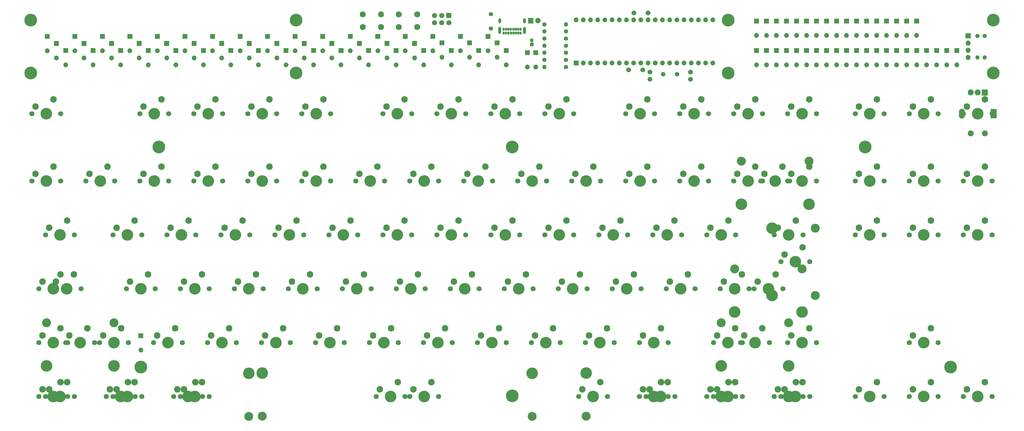
<source format=gbs>
G04 #@! TF.GenerationSoftware,KiCad,Pcbnew,5.99.0+really5.1.10+dfsg1-1*
G04 #@! TF.CreationDate,2021-11-12T02:59:42+01:00*
G04 #@! TF.ProjectId,mysterium-pcb,6d797374-6572-4697-956d-2d7063622e6b,rev?*
G04 #@! TF.SameCoordinates,Original*
G04 #@! TF.FileFunction,Soldermask,Bot*
G04 #@! TF.FilePolarity,Negative*
%FSLAX46Y46*%
G04 Gerber Fmt 4.6, Leading zero omitted, Abs format (unit mm)*
G04 Created by KiCad (PCBNEW 5.99.0+really5.1.10+dfsg1-1) date 2021-11-12 02:59:42*
%MOMM*%
%LPD*%
G01*
G04 APERTURE LIST*
%ADD10O,1.702000X1.702000*%
%ADD11C,4.502000*%
%ADD12C,1.502000*%
%ADD13O,1.502000X1.502000*%
%ADD14O,1.802000X1.802000*%
%ADD15C,2.102000*%
%ADD16C,2.302000*%
%ADD17C,4.102000*%
%ADD18C,1.802000*%
%ADD19C,3.152000*%
%ADD20C,4.089800*%
%ADD21C,3.150000*%
%ADD22C,1.602000*%
%ADD23O,0.752000X1.102000*%
%ADD24O,1.002000X2.502000*%
%ADD25O,1.002000X1.802000*%
%ADD26C,1.902000*%
%ADD27C,1.702000*%
%ADD28C,1.302000*%
%ADD29C,0.150000*%
G04 APERTURE END LIST*
G36*
G01*
X234416500Y-75336500D02*
X232816500Y-75336500D01*
G75*
G02*
X232765500Y-75285500I0J51000D01*
G01*
X232765500Y-73685500D01*
G75*
G02*
X232816500Y-73634500I51000J0D01*
G01*
X234416500Y-73634500D01*
G75*
G02*
X234467500Y-73685500I0J-51000D01*
G01*
X234467500Y-75285500D01*
G75*
G02*
X234416500Y-75336500I-51000J0D01*
G01*
G37*
D10*
X281876500Y-59245500D03*
X236156500Y-74485500D03*
X279336500Y-59245500D03*
X238696500Y-74485500D03*
X276796500Y-59245500D03*
X241236500Y-74485500D03*
X274256500Y-59245500D03*
X243776500Y-74485500D03*
X271716500Y-59245500D03*
X246316500Y-74485500D03*
X269176500Y-59245500D03*
X248856500Y-74485500D03*
X266636500Y-59245500D03*
X251396500Y-74485500D03*
X264096500Y-59245500D03*
X253936500Y-74485500D03*
X261556500Y-59245500D03*
X256476500Y-74485500D03*
X259016500Y-59245500D03*
X259016500Y-74485500D03*
X256476500Y-59245500D03*
X261556500Y-74485500D03*
X253936500Y-59245500D03*
X264096500Y-74485500D03*
X251396500Y-59245500D03*
X266636500Y-74485500D03*
X248856500Y-59245500D03*
X269176500Y-74485500D03*
X246316500Y-59245500D03*
X271716500Y-74485500D03*
X243776500Y-59245500D03*
X274256500Y-74485500D03*
X241236500Y-59245500D03*
X276796500Y-74485500D03*
X238696500Y-59245500D03*
X279336500Y-74485500D03*
X236156500Y-59245500D03*
X281876500Y-74485500D03*
X233616500Y-59245500D03*
D11*
X365758400Y-182016400D03*
D12*
X377745400Y-64868400D03*
D13*
X377745400Y-72488400D03*
D12*
X375245400Y-64868400D03*
D13*
X375245400Y-72488400D03*
D14*
X371918000Y-72499600D03*
X371918000Y-69959600D03*
X371918000Y-67419600D03*
G36*
G01*
X371017000Y-65729600D02*
X371017000Y-64029600D01*
G75*
G02*
X371068000Y-63978600I51000J0D01*
G01*
X372768000Y-63978600D01*
G75*
G02*
X372819000Y-64029600I0J-51000D01*
G01*
X372819000Y-65729600D01*
G75*
G02*
X372768000Y-65780600I-51000J0D01*
G01*
X371068000Y-65780600D01*
G75*
G02*
X371017000Y-65729600I0J51000D01*
G01*
G37*
D15*
X372825000Y-99399500D03*
X377825000Y-99399500D03*
G36*
G01*
X369725000Y-90648500D02*
X369725000Y-90648500D01*
G75*
G02*
X370776000Y-91699500I0J-1051000D01*
G01*
X370776000Y-93099500D01*
G75*
G02*
X369725000Y-94150500I-1051000J0D01*
G01*
X369725000Y-94150500D01*
G75*
G02*
X368674000Y-93099500I0J1051000D01*
G01*
X368674000Y-91699500D01*
G75*
G02*
X369725000Y-90648500I1051000J0D01*
G01*
G37*
G36*
G01*
X379925000Y-90748500D02*
X381925000Y-90748500D01*
G75*
G02*
X381976000Y-90799500I0J-51000D01*
G01*
X381976000Y-93999500D01*
G75*
G02*
X381925000Y-94050500I-51000J0D01*
G01*
X379925000Y-94050500D01*
G75*
G02*
X379874000Y-93999500I0J51000D01*
G01*
X379874000Y-90799500D01*
G75*
G02*
X379925000Y-90748500I51000J0D01*
G01*
G37*
X372825000Y-84899500D03*
X375325000Y-84899500D03*
G36*
G01*
X376825000Y-83848500D02*
X378825000Y-83848500D01*
G75*
G02*
X378876000Y-83899500I0J-51000D01*
G01*
X378876000Y-85899500D01*
G75*
G02*
X378825000Y-85950500I-51000J0D01*
G01*
X376825000Y-85950500D01*
G75*
G02*
X376774000Y-85899500I0J51000D01*
G01*
X376774000Y-83899500D01*
G75*
G02*
X376825000Y-83848500I51000J0D01*
G01*
G37*
D16*
X292100000Y-149225000D03*
X285750000Y-151765000D03*
D17*
X289560000Y-154305000D03*
D18*
X284480000Y-154305000D03*
X294640000Y-154305000D03*
D17*
X302751750Y-132880000D03*
D19*
X317991750Y-156680000D03*
X317991750Y-132880000D03*
D17*
X302751750Y-156680000D03*
D18*
X316071750Y-144780000D03*
X305911750Y-144780000D03*
D17*
X310991750Y-144780000D03*
D16*
X307181750Y-142240000D03*
X313531750Y-139700000D03*
X299243750Y-168281350D03*
X292893750Y-170821350D03*
D17*
X296703750Y-173361350D03*
D18*
X291623750Y-173361350D03*
X301783750Y-173361350D03*
D17*
X308603750Y-181601350D03*
X284803750Y-181601350D03*
D19*
X284803750Y-166361350D03*
X308603750Y-166361350D03*
D16*
X315912500Y-168275000D03*
X309562500Y-170815000D03*
D17*
X313372500Y-173355000D03*
D18*
X308292500Y-173355000D03*
X318452500Y-173355000D03*
D16*
X289718750Y-168275000D03*
X283368750Y-170815000D03*
D17*
X287178750Y-173355000D03*
D18*
X282098750Y-173355000D03*
X292258750Y-173355000D03*
D10*
X346696818Y-64760499D03*
G36*
G01*
X345896818Y-58829499D02*
X347496818Y-58829499D01*
G75*
G02*
X347547818Y-58880499I0J-51000D01*
G01*
X347547818Y-60480499D01*
G75*
G02*
X347496818Y-60531499I-51000J0D01*
G01*
X345896818Y-60531499D01*
G75*
G02*
X345845818Y-60480499I0J51000D01*
G01*
X345845818Y-58880499D01*
G75*
G02*
X345896818Y-58829499I51000J0D01*
G01*
G37*
D16*
X315912500Y-111125000D03*
X309562500Y-113665000D03*
D17*
X313372500Y-116205000D03*
D18*
X308292500Y-116205000D03*
X318452500Y-116205000D03*
D16*
X296862500Y-111125000D03*
X290512500Y-113665000D03*
D17*
X294322500Y-116205000D03*
D18*
X289242500Y-116205000D03*
X299402500Y-116205000D03*
D10*
X343166818Y-64760499D03*
G36*
G01*
X342366818Y-58829499D02*
X343966818Y-58829499D01*
G75*
G02*
X344017818Y-58880499I0J-51000D01*
G01*
X344017818Y-60480499D01*
G75*
G02*
X343966818Y-60531499I-51000J0D01*
G01*
X342366818Y-60531499D01*
G75*
G02*
X342315818Y-60480499I0J51000D01*
G01*
X342315818Y-58880499D01*
G75*
G02*
X342366818Y-58829499I51000J0D01*
G01*
G37*
D16*
X73025000Y-168275000D03*
X66675000Y-170815000D03*
D17*
X70485000Y-173355000D03*
D18*
X65405000Y-173355000D03*
X75565000Y-173355000D03*
D16*
X51593750Y-168275000D03*
X45243750Y-170815000D03*
D17*
X49053750Y-173355000D03*
D18*
X43973750Y-173355000D03*
X54133750Y-173355000D03*
D10*
X80010000Y-176022000D03*
G36*
G01*
X79210000Y-170091000D02*
X80810000Y-170091000D01*
G75*
G02*
X80861000Y-170142000I0J-51000D01*
G01*
X80861000Y-171742000D01*
G75*
G02*
X80810000Y-171793000I-51000J0D01*
G01*
X79210000Y-171793000D01*
G75*
G02*
X79159000Y-171742000I0J51000D01*
G01*
X79159000Y-170142000D01*
G75*
G02*
X79210000Y-170091000I51000J0D01*
G01*
G37*
D11*
X287223200Y-78063500D03*
X134734300Y-78063500D03*
D19*
X313366250Y-147305000D03*
X289566250Y-147305000D03*
D17*
X289566250Y-162545000D03*
X313366250Y-162545000D03*
D18*
X306546250Y-154305000D03*
X296386250Y-154305000D03*
D17*
X301466250Y-154305000D03*
D16*
X297656250Y-151765000D03*
X304006250Y-149225000D03*
D10*
X311365410Y-75134948D03*
G36*
G01*
X310565410Y-69203948D02*
X312165410Y-69203948D01*
G75*
G02*
X312216410Y-69254948I0J-51000D01*
G01*
X312216410Y-70854948D01*
G75*
G02*
X312165410Y-70905948I-51000J0D01*
G01*
X310565410Y-70905948D01*
G75*
G02*
X310514410Y-70854948I0J51000D01*
G01*
X310514410Y-69254948D01*
G75*
G02*
X310565410Y-69203948I51000J0D01*
G01*
G37*
X72896866Y-75134948D03*
G36*
G01*
X72096866Y-69203948D02*
X73696866Y-69203948D01*
G75*
G02*
X73747866Y-69254948I0J-51000D01*
G01*
X73747866Y-70854948D01*
G75*
G02*
X73696866Y-70905948I-51000J0D01*
G01*
X72096866Y-70905948D01*
G75*
G02*
X72045866Y-70854948I0J51000D01*
G01*
X72045866Y-69254948D01*
G75*
G02*
X72096866Y-69203948I51000J0D01*
G01*
G37*
X108530629Y-72654655D03*
G36*
G01*
X107730629Y-66723655D02*
X109330629Y-66723655D01*
G75*
G02*
X109381629Y-66774655I0J-51000D01*
G01*
X109381629Y-68374655D01*
G75*
G02*
X109330629Y-68425655I-51000J0D01*
G01*
X107730629Y-68425655D01*
G75*
G02*
X107679629Y-68374655I0J51000D01*
G01*
X107679629Y-66774655D01*
G75*
G02*
X107730629Y-66723655I51000J0D01*
G01*
G37*
X321967188Y-75134948D03*
G36*
G01*
X321167188Y-69203948D02*
X322767188Y-69203948D01*
G75*
G02*
X322818188Y-69254948I0J-51000D01*
G01*
X322818188Y-70854948D01*
G75*
G02*
X322767188Y-70905948I-51000J0D01*
G01*
X321167188Y-70905948D01*
G75*
G02*
X321116188Y-70854948I0J51000D01*
G01*
X321116188Y-69254948D01*
G75*
G02*
X321167188Y-69203948I51000J0D01*
G01*
G37*
X343170744Y-75134948D03*
G36*
G01*
X342370744Y-69203948D02*
X343970744Y-69203948D01*
G75*
G02*
X344021744Y-69254948I0J-51000D01*
G01*
X344021744Y-70854948D01*
G75*
G02*
X343970744Y-70905948I-51000J0D01*
G01*
X342370744Y-70905948D01*
G75*
G02*
X342319744Y-70854948I0J51000D01*
G01*
X342319744Y-69254948D01*
G75*
G02*
X342370744Y-69203948I51000J0D01*
G01*
G37*
X339636818Y-75134948D03*
G36*
G01*
X338836818Y-69203948D02*
X340436818Y-69203948D01*
G75*
G02*
X340487818Y-69254948I0J-51000D01*
G01*
X340487818Y-70854948D01*
G75*
G02*
X340436818Y-70905948I-51000J0D01*
G01*
X338836818Y-70905948D01*
G75*
G02*
X338785818Y-70854948I0J51000D01*
G01*
X338785818Y-69254948D01*
G75*
G02*
X338836818Y-69203948I51000J0D01*
G01*
G37*
X339636818Y-64760499D03*
G36*
G01*
X338836818Y-58829499D02*
X340436818Y-58829499D01*
G75*
G02*
X340487818Y-58880499I0J-51000D01*
G01*
X340487818Y-60480499D01*
G75*
G02*
X340436818Y-60531499I-51000J0D01*
G01*
X338836818Y-60531499D01*
G75*
G02*
X338785818Y-60480499I0J51000D01*
G01*
X338785818Y-58880499D01*
G75*
G02*
X338836818Y-58829499I51000J0D01*
G01*
G37*
X336102892Y-75134948D03*
G36*
G01*
X335302892Y-69203948D02*
X336902892Y-69203948D01*
G75*
G02*
X336953892Y-69254948I0J-51000D01*
G01*
X336953892Y-70854948D01*
G75*
G02*
X336902892Y-70905948I-51000J0D01*
G01*
X335302892Y-70905948D01*
G75*
G02*
X335251892Y-70854948I0J51000D01*
G01*
X335251892Y-69254948D01*
G75*
G02*
X335302892Y-69203948I51000J0D01*
G01*
G37*
X325501114Y-75134948D03*
G36*
G01*
X324701114Y-69203948D02*
X326301114Y-69203948D01*
G75*
G02*
X326352114Y-69254948I0J-51000D01*
G01*
X326352114Y-70854948D01*
G75*
G02*
X326301114Y-70905948I-51000J0D01*
G01*
X324701114Y-70905948D01*
G75*
G02*
X324650114Y-70854948I0J51000D01*
G01*
X324650114Y-69254948D01*
G75*
G02*
X324701114Y-69203948I51000J0D01*
G01*
G37*
X314899336Y-75134948D03*
G36*
G01*
X314099336Y-69203948D02*
X315699336Y-69203948D01*
G75*
G02*
X315750336Y-69254948I0J-51000D01*
G01*
X315750336Y-70854948D01*
G75*
G02*
X315699336Y-70905948I-51000J0D01*
G01*
X314099336Y-70905948D01*
G75*
G02*
X314048336Y-70854948I0J51000D01*
G01*
X314048336Y-69254948D01*
G75*
G02*
X314099336Y-69203948I51000J0D01*
G01*
G37*
X314899336Y-64760499D03*
G36*
G01*
X314099336Y-58829499D02*
X315699336Y-58829499D01*
G75*
G02*
X315750336Y-58880499I0J-51000D01*
G01*
X315750336Y-60480499D01*
G75*
G02*
X315699336Y-60531499I-51000J0D01*
G01*
X314099336Y-60531499D01*
G75*
G02*
X314048336Y-60480499I0J51000D01*
G01*
X314048336Y-58880499D01*
G75*
G02*
X314099336Y-58829499I51000J0D01*
G01*
G37*
X150643258Y-75134948D03*
G36*
G01*
X149843258Y-69203948D02*
X151443258Y-69203948D01*
G75*
G02*
X151494258Y-69254948I0J-51000D01*
G01*
X151494258Y-70854948D01*
G75*
G02*
X151443258Y-70905948I-51000J0D01*
G01*
X149843258Y-70905948D01*
G75*
G02*
X149792258Y-70854948I0J51000D01*
G01*
X149792258Y-69254948D01*
G75*
G02*
X149843258Y-69203948I51000J0D01*
G01*
G37*
X69657433Y-72654655D03*
G36*
G01*
X68857433Y-66723655D02*
X70457433Y-66723655D01*
G75*
G02*
X70508433Y-66774655I0J-51000D01*
G01*
X70508433Y-68374655D01*
G75*
G02*
X70457433Y-68425655I-51000J0D01*
G01*
X68857433Y-68425655D01*
G75*
G02*
X68806433Y-68374655I0J51000D01*
G01*
X68806433Y-66774655D01*
G75*
G02*
X68857433Y-66723655I51000J0D01*
G01*
G37*
X66418000Y-70174362D03*
G36*
G01*
X65618000Y-64243362D02*
X67218000Y-64243362D01*
G75*
G02*
X67269000Y-64294362I0J-51000D01*
G01*
X67269000Y-65894362D01*
G75*
G02*
X67218000Y-65945362I-51000J0D01*
G01*
X65618000Y-65945362D01*
G75*
G02*
X65567000Y-65894362I0J51000D01*
G01*
X65567000Y-64294362D01*
G75*
G02*
X65618000Y-64243362I51000J0D01*
G01*
G37*
X63178567Y-75134948D03*
G36*
G01*
X62378567Y-69203948D02*
X63978567Y-69203948D01*
G75*
G02*
X64029567Y-69254948I0J-51000D01*
G01*
X64029567Y-70854948D01*
G75*
G02*
X63978567Y-70905948I-51000J0D01*
G01*
X62378567Y-70905948D01*
G75*
G02*
X62327567Y-70854948I0J51000D01*
G01*
X62327567Y-69254948D01*
G75*
G02*
X62378567Y-69203948I51000J0D01*
G01*
G37*
X346704670Y-75134948D03*
G36*
G01*
X345904670Y-69203948D02*
X347504670Y-69203948D01*
G75*
G02*
X347555670Y-69254948I0J-51000D01*
G01*
X347555670Y-70854948D01*
G75*
G02*
X347504670Y-70905948I-51000J0D01*
G01*
X345904670Y-70905948D01*
G75*
G02*
X345853670Y-70854948I0J51000D01*
G01*
X345853670Y-69254948D01*
G75*
G02*
X345904670Y-69203948I51000J0D01*
G01*
G37*
X329035040Y-64760499D03*
G36*
G01*
X328235040Y-58829499D02*
X329835040Y-58829499D01*
G75*
G02*
X329886040Y-58880499I0J-51000D01*
G01*
X329886040Y-60480499D01*
G75*
G02*
X329835040Y-60531499I-51000J0D01*
G01*
X328235040Y-60531499D01*
G75*
G02*
X328184040Y-60480499I0J51000D01*
G01*
X328184040Y-58880499D01*
G75*
G02*
X328235040Y-58829499I51000J0D01*
G01*
G37*
X318433262Y-64760499D03*
G36*
G01*
X317633262Y-58829499D02*
X319233262Y-58829499D01*
G75*
G02*
X319284262Y-58880499I0J-51000D01*
G01*
X319284262Y-60480499D01*
G75*
G02*
X319233262Y-60531499I-51000J0D01*
G01*
X317633262Y-60531499D01*
G75*
G02*
X317582262Y-60480499I0J51000D01*
G01*
X317582262Y-58880499D01*
G75*
G02*
X317633262Y-58829499I51000J0D01*
G01*
G37*
X199234783Y-75134948D03*
G36*
G01*
X198434783Y-69203948D02*
X200034783Y-69203948D01*
G75*
G02*
X200085783Y-69254948I0J-51000D01*
G01*
X200085783Y-70854948D01*
G75*
G02*
X200034783Y-70905948I-51000J0D01*
G01*
X198434783Y-70905948D01*
G75*
G02*
X198383783Y-70854948I0J51000D01*
G01*
X198383783Y-69254948D01*
G75*
G02*
X198434783Y-69203948I51000J0D01*
G01*
G37*
X183037588Y-70174362D03*
G36*
G01*
X182237588Y-64243362D02*
X183837588Y-64243362D01*
G75*
G02*
X183888588Y-64294362I0J-51000D01*
G01*
X183888588Y-65894362D01*
G75*
G02*
X183837588Y-65945362I-51000J0D01*
G01*
X182237588Y-65945362D01*
G75*
G02*
X182186588Y-65894362I0J51000D01*
G01*
X182186588Y-64294362D01*
G75*
G02*
X182237588Y-64243362I51000J0D01*
G01*
G37*
X163600990Y-70174362D03*
G36*
G01*
X162800990Y-64243362D02*
X164400990Y-64243362D01*
G75*
G02*
X164451990Y-64294362I0J-51000D01*
G01*
X164451990Y-65894362D01*
G75*
G02*
X164400990Y-65945362I-51000J0D01*
G01*
X162800990Y-65945362D01*
G75*
G02*
X162749990Y-65894362I0J51000D01*
G01*
X162749990Y-64294362D01*
G75*
G02*
X162800990Y-64243362I51000J0D01*
G01*
G37*
X147403825Y-72654655D03*
G36*
G01*
X146603825Y-66723655D02*
X148203825Y-66723655D01*
G75*
G02*
X148254825Y-66774655I0J-51000D01*
G01*
X148254825Y-68374655D01*
G75*
G02*
X148203825Y-68425655I-51000J0D01*
G01*
X146603825Y-68425655D01*
G75*
G02*
X146552825Y-68374655I0J51000D01*
G01*
X146552825Y-66774655D01*
G75*
G02*
X146603825Y-66723655I51000J0D01*
G01*
G37*
X131206660Y-75134948D03*
G36*
G01*
X130406660Y-69203948D02*
X132006660Y-69203948D01*
G75*
G02*
X132057660Y-69254948I0J-51000D01*
G01*
X132057660Y-70854948D01*
G75*
G02*
X132006660Y-70905948I-51000J0D01*
G01*
X130406660Y-70905948D01*
G75*
G02*
X130355660Y-70854948I0J51000D01*
G01*
X130355660Y-69254948D01*
G75*
G02*
X130406660Y-69203948I51000J0D01*
G01*
G37*
X115009495Y-70174362D03*
G36*
G01*
X114209495Y-64243362D02*
X115809495Y-64243362D01*
G75*
G02*
X115860495Y-64294362I0J-51000D01*
G01*
X115860495Y-65894362D01*
G75*
G02*
X115809495Y-65945362I-51000J0D01*
G01*
X114209495Y-65945362D01*
G75*
G02*
X114158495Y-65894362I0J51000D01*
G01*
X114158495Y-64294362D01*
G75*
G02*
X114209495Y-64243362I51000J0D01*
G01*
G37*
X98812330Y-72654655D03*
G36*
G01*
X98012330Y-66723655D02*
X99612330Y-66723655D01*
G75*
G02*
X99663330Y-66774655I0J-51000D01*
G01*
X99663330Y-68374655D01*
G75*
G02*
X99612330Y-68425655I-51000J0D01*
G01*
X98012330Y-68425655D01*
G75*
G02*
X97961330Y-68374655I0J51000D01*
G01*
X97961330Y-66774655D01*
G75*
G02*
X98012330Y-66723655I51000J0D01*
G01*
G37*
X82615165Y-75134948D03*
G36*
G01*
X81815165Y-69203948D02*
X83415165Y-69203948D01*
G75*
G02*
X83466165Y-69254948I0J-51000D01*
G01*
X83466165Y-70854948D01*
G75*
G02*
X83415165Y-70905948I-51000J0D01*
G01*
X81815165Y-70905948D01*
G75*
G02*
X81764165Y-70854948I0J51000D01*
G01*
X81764165Y-69254948D01*
G75*
G02*
X81815165Y-69203948I51000J0D01*
G01*
G37*
X59939134Y-72654655D03*
G36*
G01*
X59139134Y-66723655D02*
X60739134Y-66723655D01*
G75*
G02*
X60790134Y-66774655I0J-51000D01*
G01*
X60790134Y-68374655D01*
G75*
G02*
X60739134Y-68425655I-51000J0D01*
G01*
X59139134Y-68425655D01*
G75*
G02*
X59088134Y-68374655I0J51000D01*
G01*
X59088134Y-66774655D01*
G75*
G02*
X59139134Y-66723655I51000J0D01*
G01*
G37*
X329035040Y-75134948D03*
G36*
G01*
X328235040Y-69203948D02*
X329835040Y-69203948D01*
G75*
G02*
X329886040Y-69254948I0J-51000D01*
G01*
X329886040Y-70854948D01*
G75*
G02*
X329835040Y-70905948I-51000J0D01*
G01*
X328235040Y-70905948D01*
G75*
G02*
X328184040Y-70854948I0J51000D01*
G01*
X328184040Y-69254948D01*
G75*
G02*
X328235040Y-69203948I51000J0D01*
G01*
G37*
X318433262Y-75134948D03*
G36*
G01*
X317633262Y-69203948D02*
X319233262Y-69203948D01*
G75*
G02*
X319284262Y-69254948I0J-51000D01*
G01*
X319284262Y-70854948D01*
G75*
G02*
X319233262Y-70905948I-51000J0D01*
G01*
X317633262Y-70905948D01*
G75*
G02*
X317582262Y-70854948I0J51000D01*
G01*
X317582262Y-69254948D01*
G75*
G02*
X317633262Y-69203948I51000J0D01*
G01*
G37*
X311365410Y-64760499D03*
G36*
G01*
X310565410Y-58829499D02*
X312165410Y-58829499D01*
G75*
G02*
X312216410Y-58880499I0J-51000D01*
G01*
X312216410Y-60480499D01*
G75*
G02*
X312165410Y-60531499I-51000J0D01*
G01*
X310565410Y-60531499D01*
G75*
G02*
X310514410Y-60480499I0J51000D01*
G01*
X310514410Y-58880499D01*
G75*
G02*
X310565410Y-58829499I51000J0D01*
G01*
G37*
X208953100Y-75134948D03*
G36*
G01*
X208153100Y-69203948D02*
X209753100Y-69203948D01*
G75*
G02*
X209804100Y-69254948I0J-51000D01*
G01*
X209804100Y-70854948D01*
G75*
G02*
X209753100Y-70905948I-51000J0D01*
G01*
X208153100Y-70905948D01*
G75*
G02*
X208102100Y-70854948I0J51000D01*
G01*
X208102100Y-69254948D01*
G75*
G02*
X208153100Y-69203948I51000J0D01*
G01*
G37*
X195995344Y-72453500D03*
G36*
G01*
X195195344Y-66522500D02*
X196795344Y-66522500D01*
G75*
G02*
X196846344Y-66573500I0J-51000D01*
G01*
X196846344Y-68173500D01*
G75*
G02*
X196795344Y-68224500I-51000J0D01*
G01*
X195195344Y-68224500D01*
G75*
G02*
X195144344Y-68173500I0J51000D01*
G01*
X195144344Y-66573500D01*
G75*
G02*
X195195344Y-66522500I51000J0D01*
G01*
G37*
X179798155Y-75134948D03*
G36*
G01*
X178998155Y-69203948D02*
X180598155Y-69203948D01*
G75*
G02*
X180649155Y-69254948I0J-51000D01*
G01*
X180649155Y-70854948D01*
G75*
G02*
X180598155Y-70905948I-51000J0D01*
G01*
X178998155Y-70905948D01*
G75*
G02*
X178947155Y-70854948I0J51000D01*
G01*
X178947155Y-69254948D01*
G75*
G02*
X178998155Y-69203948I51000J0D01*
G01*
G37*
X160361557Y-75134948D03*
G36*
G01*
X159561557Y-69203948D02*
X161161557Y-69203948D01*
G75*
G02*
X161212557Y-69254948I0J-51000D01*
G01*
X161212557Y-70854948D01*
G75*
G02*
X161161557Y-70905948I-51000J0D01*
G01*
X159561557Y-70905948D01*
G75*
G02*
X159510557Y-70854948I0J51000D01*
G01*
X159510557Y-69254948D01*
G75*
G02*
X159561557Y-69203948I51000J0D01*
G01*
G37*
X144164392Y-70174362D03*
G36*
G01*
X143364392Y-64243362D02*
X144964392Y-64243362D01*
G75*
G02*
X145015392Y-64294362I0J-51000D01*
G01*
X145015392Y-65894362D01*
G75*
G02*
X144964392Y-65945362I-51000J0D01*
G01*
X143364392Y-65945362D01*
G75*
G02*
X143313392Y-65894362I0J51000D01*
G01*
X143313392Y-64294362D01*
G75*
G02*
X143364392Y-64243362I51000J0D01*
G01*
G37*
X127967227Y-72654655D03*
G36*
G01*
X127167227Y-66723655D02*
X128767227Y-66723655D01*
G75*
G02*
X128818227Y-66774655I0J-51000D01*
G01*
X128818227Y-68374655D01*
G75*
G02*
X128767227Y-68425655I-51000J0D01*
G01*
X127167227Y-68425655D01*
G75*
G02*
X127116227Y-68374655I0J51000D01*
G01*
X127116227Y-66774655D01*
G75*
G02*
X127167227Y-66723655I51000J0D01*
G01*
G37*
X111770062Y-75134948D03*
G36*
G01*
X110970062Y-69203948D02*
X112570062Y-69203948D01*
G75*
G02*
X112621062Y-69254948I0J-51000D01*
G01*
X112621062Y-70854948D01*
G75*
G02*
X112570062Y-70905948I-51000J0D01*
G01*
X110970062Y-70905948D01*
G75*
G02*
X110919062Y-70854948I0J51000D01*
G01*
X110919062Y-69254948D01*
G75*
G02*
X110970062Y-69203948I51000J0D01*
G01*
G37*
X95572897Y-70174362D03*
G36*
G01*
X94772897Y-64243362D02*
X96372897Y-64243362D01*
G75*
G02*
X96423897Y-64294362I0J-51000D01*
G01*
X96423897Y-65894362D01*
G75*
G02*
X96372897Y-65945362I-51000J0D01*
G01*
X94772897Y-65945362D01*
G75*
G02*
X94721897Y-65894362I0J51000D01*
G01*
X94721897Y-64294362D01*
G75*
G02*
X94772897Y-64243362I51000J0D01*
G01*
G37*
X79375732Y-72654655D03*
G36*
G01*
X78575732Y-66723655D02*
X80175732Y-66723655D01*
G75*
G02*
X80226732Y-66774655I0J-51000D01*
G01*
X80226732Y-68374655D01*
G75*
G02*
X80175732Y-68425655I-51000J0D01*
G01*
X78575732Y-68425655D01*
G75*
G02*
X78524732Y-68374655I0J51000D01*
G01*
X78524732Y-66774655D01*
G75*
G02*
X78575732Y-66723655I51000J0D01*
G01*
G37*
X56699701Y-70174362D03*
G36*
G01*
X55899701Y-64243362D02*
X57499701Y-64243362D01*
G75*
G02*
X57550701Y-64294362I0J-51000D01*
G01*
X57550701Y-65894362D01*
G75*
G02*
X57499701Y-65945362I-51000J0D01*
G01*
X55899701Y-65945362D01*
G75*
G02*
X55848701Y-65894362I0J51000D01*
G01*
X55848701Y-64294362D01*
G75*
G02*
X55899701Y-64243362I51000J0D01*
G01*
G37*
X357306448Y-75134948D03*
G36*
G01*
X356506448Y-69203948D02*
X358106448Y-69203948D01*
G75*
G02*
X358157448Y-69254948I0J-51000D01*
G01*
X358157448Y-70854948D01*
G75*
G02*
X358106448Y-70905948I-51000J0D01*
G01*
X356506448Y-70905948D01*
G75*
G02*
X356455448Y-70854948I0J51000D01*
G01*
X356455448Y-69254948D01*
G75*
G02*
X356506448Y-69203948I51000J0D01*
G01*
G37*
X353772522Y-75134948D03*
G36*
G01*
X352972522Y-69203948D02*
X354572522Y-69203948D01*
G75*
G02*
X354623522Y-69254948I0J-51000D01*
G01*
X354623522Y-70854948D01*
G75*
G02*
X354572522Y-70905948I-51000J0D01*
G01*
X352972522Y-70905948D01*
G75*
G02*
X352921522Y-70854948I0J51000D01*
G01*
X352921522Y-69254948D01*
G75*
G02*
X352972522Y-69203948I51000J0D01*
G01*
G37*
X350238596Y-75134948D03*
G36*
G01*
X349438596Y-69203948D02*
X351038596Y-69203948D01*
G75*
G02*
X351089596Y-69254948I0J-51000D01*
G01*
X351089596Y-70854948D01*
G75*
G02*
X351038596Y-70905948I-51000J0D01*
G01*
X349438596Y-70905948D01*
G75*
G02*
X349387596Y-70854948I0J51000D01*
G01*
X349387596Y-69254948D01*
G75*
G02*
X349438596Y-69203948I51000J0D01*
G01*
G37*
X332568966Y-64760499D03*
G36*
G01*
X331768966Y-58829499D02*
X333368966Y-58829499D01*
G75*
G02*
X333419966Y-58880499I0J-51000D01*
G01*
X333419966Y-60480499D01*
G75*
G02*
X333368966Y-60531499I-51000J0D01*
G01*
X331768966Y-60531499D01*
G75*
G02*
X331717966Y-60480499I0J51000D01*
G01*
X331717966Y-58880499D01*
G75*
G02*
X331768966Y-58829499I51000J0D01*
G01*
G37*
X325501114Y-64760499D03*
G36*
G01*
X324701114Y-58829499D02*
X326301114Y-58829499D01*
G75*
G02*
X326352114Y-58880499I0J-51000D01*
G01*
X326352114Y-60480499D01*
G75*
G02*
X326301114Y-60531499I-51000J0D01*
G01*
X324701114Y-60531499D01*
G75*
G02*
X324650114Y-60480499I0J51000D01*
G01*
X324650114Y-58880499D01*
G75*
G02*
X324701114Y-58829499I51000J0D01*
G01*
G37*
X321967188Y-64760499D03*
G36*
G01*
X321167188Y-58829499D02*
X322767188Y-58829499D01*
G75*
G02*
X322818188Y-58880499I0J-51000D01*
G01*
X322818188Y-60480499D01*
G75*
G02*
X322767188Y-60531499I-51000J0D01*
G01*
X321167188Y-60531499D01*
G75*
G02*
X321116188Y-60480499I0J51000D01*
G01*
X321116188Y-58880499D01*
G75*
G02*
X321167188Y-58829499I51000J0D01*
G01*
G37*
X307831484Y-75134948D03*
G36*
G01*
X307031484Y-69203948D02*
X308631484Y-69203948D01*
G75*
G02*
X308682484Y-69254948I0J-51000D01*
G01*
X308682484Y-70854948D01*
G75*
G02*
X308631484Y-70905948I-51000J0D01*
G01*
X307031484Y-70905948D01*
G75*
G02*
X306980484Y-70854948I0J51000D01*
G01*
X306980484Y-69254948D01*
G75*
G02*
X307031484Y-69203948I51000J0D01*
G01*
G37*
X192755905Y-70174362D03*
G36*
G01*
X191955905Y-64243362D02*
X193555905Y-64243362D01*
G75*
G02*
X193606905Y-64294362I0J-51000D01*
G01*
X193606905Y-65894362D01*
G75*
G02*
X193555905Y-65945362I-51000J0D01*
G01*
X191955905Y-65945362D01*
G75*
G02*
X191904905Y-65894362I0J51000D01*
G01*
X191904905Y-64294362D01*
G75*
G02*
X191955905Y-64243362I51000J0D01*
G01*
G37*
X186277027Y-72453500D03*
G36*
G01*
X185477027Y-66522500D02*
X187077027Y-66522500D01*
G75*
G02*
X187128027Y-66573500I0J-51000D01*
G01*
X187128027Y-68173500D01*
G75*
G02*
X187077027Y-68224500I-51000J0D01*
G01*
X185477027Y-68224500D01*
G75*
G02*
X185426027Y-68173500I0J51000D01*
G01*
X185426027Y-66573500D01*
G75*
G02*
X185477027Y-66522500I51000J0D01*
G01*
G37*
X176558722Y-72654655D03*
G36*
G01*
X175758722Y-66723655D02*
X177358722Y-66723655D01*
G75*
G02*
X177409722Y-66774655I0J-51000D01*
G01*
X177409722Y-68374655D01*
G75*
G02*
X177358722Y-68425655I-51000J0D01*
G01*
X175758722Y-68425655D01*
G75*
G02*
X175707722Y-68374655I0J51000D01*
G01*
X175707722Y-66774655D01*
G75*
G02*
X175758722Y-66723655I51000J0D01*
G01*
G37*
X157122124Y-72654655D03*
G36*
G01*
X156322124Y-66723655D02*
X157922124Y-66723655D01*
G75*
G02*
X157973124Y-66774655I0J-51000D01*
G01*
X157973124Y-68374655D01*
G75*
G02*
X157922124Y-68425655I-51000J0D01*
G01*
X156322124Y-68425655D01*
G75*
G02*
X156271124Y-68374655I0J51000D01*
G01*
X156271124Y-66774655D01*
G75*
G02*
X156322124Y-66723655I51000J0D01*
G01*
G37*
X140924959Y-75134948D03*
G36*
G01*
X140124959Y-69203948D02*
X141724959Y-69203948D01*
G75*
G02*
X141775959Y-69254948I0J-51000D01*
G01*
X141775959Y-70854948D01*
G75*
G02*
X141724959Y-70905948I-51000J0D01*
G01*
X140124959Y-70905948D01*
G75*
G02*
X140073959Y-70854948I0J51000D01*
G01*
X140073959Y-69254948D01*
G75*
G02*
X140124959Y-69203948I51000J0D01*
G01*
G37*
X124727794Y-70174362D03*
G36*
G01*
X123927794Y-64243362D02*
X125527794Y-64243362D01*
G75*
G02*
X125578794Y-64294362I0J-51000D01*
G01*
X125578794Y-65894362D01*
G75*
G02*
X125527794Y-65945362I-51000J0D01*
G01*
X123927794Y-65945362D01*
G75*
G02*
X123876794Y-65894362I0J51000D01*
G01*
X123876794Y-64294362D01*
G75*
G02*
X123927794Y-64243362I51000J0D01*
G01*
G37*
X92333464Y-75134948D03*
G36*
G01*
X91533464Y-69203948D02*
X93133464Y-69203948D01*
G75*
G02*
X93184464Y-69254948I0J-51000D01*
G01*
X93184464Y-70854948D01*
G75*
G02*
X93133464Y-70905948I-51000J0D01*
G01*
X91533464Y-70905948D01*
G75*
G02*
X91482464Y-70854948I0J51000D01*
G01*
X91482464Y-69254948D01*
G75*
G02*
X91533464Y-69203948I51000J0D01*
G01*
G37*
X76136299Y-70174362D03*
G36*
G01*
X75336299Y-64243362D02*
X76936299Y-64243362D01*
G75*
G02*
X76987299Y-64294362I0J-51000D01*
G01*
X76987299Y-65894362D01*
G75*
G02*
X76936299Y-65945362I-51000J0D01*
G01*
X75336299Y-65945362D01*
G75*
G02*
X75285299Y-65894362I0J51000D01*
G01*
X75285299Y-64294362D01*
G75*
G02*
X75336299Y-64243362I51000J0D01*
G01*
G37*
X53460268Y-75134948D03*
G36*
G01*
X52660268Y-69203948D02*
X54260268Y-69203948D01*
G75*
G02*
X54311268Y-69254948I0J-51000D01*
G01*
X54311268Y-70854948D01*
G75*
G02*
X54260268Y-70905948I-51000J0D01*
G01*
X52660268Y-70905948D01*
G75*
G02*
X52609268Y-70854948I0J51000D01*
G01*
X52609268Y-69254948D01*
G75*
G02*
X52660268Y-69203948I51000J0D01*
G01*
G37*
X367908226Y-75134948D03*
G36*
G01*
X367108226Y-69203948D02*
X368708226Y-69203948D01*
G75*
G02*
X368759226Y-69254948I0J-51000D01*
G01*
X368759226Y-70854948D01*
G75*
G02*
X368708226Y-70905948I-51000J0D01*
G01*
X367108226Y-70905948D01*
G75*
G02*
X367057226Y-70854948I0J51000D01*
G01*
X367057226Y-69254948D01*
G75*
G02*
X367108226Y-69203948I51000J0D01*
G01*
G37*
X364374300Y-75134948D03*
G36*
G01*
X363574300Y-69203948D02*
X365174300Y-69203948D01*
G75*
G02*
X365225300Y-69254948I0J-51000D01*
G01*
X365225300Y-70854948D01*
G75*
G02*
X365174300Y-70905948I-51000J0D01*
G01*
X363574300Y-70905948D01*
G75*
G02*
X363523300Y-70854948I0J51000D01*
G01*
X363523300Y-69254948D01*
G75*
G02*
X363574300Y-69203948I51000J0D01*
G01*
G37*
X360840374Y-75134948D03*
G36*
G01*
X360040374Y-69203948D02*
X361640374Y-69203948D01*
G75*
G02*
X361691374Y-69254948I0J-51000D01*
G01*
X361691374Y-70854948D01*
G75*
G02*
X361640374Y-70905948I-51000J0D01*
G01*
X360040374Y-70905948D01*
G75*
G02*
X359989374Y-70854948I0J51000D01*
G01*
X359989374Y-69254948D01*
G75*
G02*
X360040374Y-69203948I51000J0D01*
G01*
G37*
X332568966Y-75134948D03*
G36*
G01*
X331768966Y-69203948D02*
X333368966Y-69203948D01*
G75*
G02*
X333419966Y-69254948I0J-51000D01*
G01*
X333419966Y-70854948D01*
G75*
G02*
X333368966Y-70905948I-51000J0D01*
G01*
X331768966Y-70905948D01*
G75*
G02*
X331717966Y-70854948I0J51000D01*
G01*
X331717966Y-69254948D01*
G75*
G02*
X331768966Y-69203948I51000J0D01*
G01*
G37*
X307831484Y-64760499D03*
G36*
G01*
X307031484Y-58829499D02*
X308631484Y-58829499D01*
G75*
G02*
X308682484Y-58880499I0J-51000D01*
G01*
X308682484Y-60480499D01*
G75*
G02*
X308631484Y-60531499I-51000J0D01*
G01*
X307031484Y-60531499D01*
G75*
G02*
X306980484Y-60480499I0J51000D01*
G01*
X306980484Y-58880499D01*
G75*
G02*
X307031484Y-58829499I51000J0D01*
G01*
G37*
X205713661Y-72453500D03*
G36*
G01*
X204913661Y-66522500D02*
X206513661Y-66522500D01*
G75*
G02*
X206564661Y-66573500I0J-51000D01*
G01*
X206564661Y-68173500D01*
G75*
G02*
X206513661Y-68224500I-51000J0D01*
G01*
X204913661Y-68224500D01*
G75*
G02*
X204862661Y-68173500I0J51000D01*
G01*
X204862661Y-66573500D01*
G75*
G02*
X204913661Y-66522500I51000J0D01*
G01*
G37*
X189516466Y-75134948D03*
G36*
G01*
X188716466Y-69203948D02*
X190316466Y-69203948D01*
G75*
G02*
X190367466Y-69254948I0J-51000D01*
G01*
X190367466Y-70854948D01*
G75*
G02*
X190316466Y-70905948I-51000J0D01*
G01*
X188716466Y-70905948D01*
G75*
G02*
X188665466Y-70854948I0J51000D01*
G01*
X188665466Y-69254948D01*
G75*
G02*
X188716466Y-69203948I51000J0D01*
G01*
G37*
X173319289Y-70174362D03*
G36*
G01*
X172519289Y-64243362D02*
X174119289Y-64243362D01*
G75*
G02*
X174170289Y-64294362I0J-51000D01*
G01*
X174170289Y-65894362D01*
G75*
G02*
X174119289Y-65945362I-51000J0D01*
G01*
X172519289Y-65945362D01*
G75*
G02*
X172468289Y-65894362I0J51000D01*
G01*
X172468289Y-64294362D01*
G75*
G02*
X172519289Y-64243362I51000J0D01*
G01*
G37*
X166840423Y-72654655D03*
G36*
G01*
X166040423Y-66723655D02*
X167640423Y-66723655D01*
G75*
G02*
X167691423Y-66774655I0J-51000D01*
G01*
X167691423Y-68374655D01*
G75*
G02*
X167640423Y-68425655I-51000J0D01*
G01*
X166040423Y-68425655D01*
G75*
G02*
X165989423Y-68374655I0J51000D01*
G01*
X165989423Y-66774655D01*
G75*
G02*
X166040423Y-66723655I51000J0D01*
G01*
G37*
X153882691Y-70174362D03*
G36*
G01*
X153082691Y-64243362D02*
X154682691Y-64243362D01*
G75*
G02*
X154733691Y-64294362I0J-51000D01*
G01*
X154733691Y-65894362D01*
G75*
G02*
X154682691Y-65945362I-51000J0D01*
G01*
X153082691Y-65945362D01*
G75*
G02*
X153031691Y-65894362I0J51000D01*
G01*
X153031691Y-64294362D01*
G75*
G02*
X153082691Y-64243362I51000J0D01*
G01*
G37*
X134446093Y-70174362D03*
G36*
G01*
X133646093Y-64243362D02*
X135246093Y-64243362D01*
G75*
G02*
X135297093Y-64294362I0J-51000D01*
G01*
X135297093Y-65894362D01*
G75*
G02*
X135246093Y-65945362I-51000J0D01*
G01*
X133646093Y-65945362D01*
G75*
G02*
X133595093Y-65894362I0J51000D01*
G01*
X133595093Y-64294362D01*
G75*
G02*
X133646093Y-64243362I51000J0D01*
G01*
G37*
X118248928Y-72654655D03*
G36*
G01*
X117448928Y-66723655D02*
X119048928Y-66723655D01*
G75*
G02*
X119099928Y-66774655I0J-51000D01*
G01*
X119099928Y-68374655D01*
G75*
G02*
X119048928Y-68425655I-51000J0D01*
G01*
X117448928Y-68425655D01*
G75*
G02*
X117397928Y-68374655I0J51000D01*
G01*
X117397928Y-66774655D01*
G75*
G02*
X117448928Y-66723655I51000J0D01*
G01*
G37*
X102051763Y-75134948D03*
G36*
G01*
X101251763Y-69203948D02*
X102851763Y-69203948D01*
G75*
G02*
X102902763Y-69254948I0J-51000D01*
G01*
X102902763Y-70854948D01*
G75*
G02*
X102851763Y-70905948I-51000J0D01*
G01*
X101251763Y-70905948D01*
G75*
G02*
X101200763Y-70854948I0J51000D01*
G01*
X101200763Y-69254948D01*
G75*
G02*
X101251763Y-69203948I51000J0D01*
G01*
G37*
X85854598Y-70174362D03*
G36*
G01*
X85054598Y-64243362D02*
X86654598Y-64243362D01*
G75*
G02*
X86705598Y-64294362I0J-51000D01*
G01*
X86705598Y-65894362D01*
G75*
G02*
X86654598Y-65945362I-51000J0D01*
G01*
X85054598Y-65945362D01*
G75*
G02*
X85003598Y-65894362I0J51000D01*
G01*
X85003598Y-64294362D01*
G75*
G02*
X85054598Y-64243362I51000J0D01*
G01*
G37*
X50220835Y-72654655D03*
G36*
G01*
X49420835Y-66723655D02*
X51020835Y-66723655D01*
G75*
G02*
X51071835Y-66774655I0J-51000D01*
G01*
X51071835Y-68374655D01*
G75*
G02*
X51020835Y-68425655I-51000J0D01*
G01*
X49420835Y-68425655D01*
G75*
G02*
X49369835Y-68374655I0J51000D01*
G01*
X49369835Y-66774655D01*
G75*
G02*
X49420835Y-66723655I51000J0D01*
G01*
G37*
X353756818Y-64760499D03*
G36*
G01*
X352956818Y-58829499D02*
X354556818Y-58829499D01*
G75*
G02*
X354607818Y-58880499I0J-51000D01*
G01*
X354607818Y-60480499D01*
G75*
G02*
X354556818Y-60531499I-51000J0D01*
G01*
X352956818Y-60531499D01*
G75*
G02*
X352905818Y-60480499I0J51000D01*
G01*
X352905818Y-58880499D01*
G75*
G02*
X352956818Y-58829499I51000J0D01*
G01*
G37*
X350226818Y-64760499D03*
G36*
G01*
X349426818Y-58829499D02*
X351026818Y-58829499D01*
G75*
G02*
X351077818Y-58880499I0J-51000D01*
G01*
X351077818Y-60480499D01*
G75*
G02*
X351026818Y-60531499I-51000J0D01*
G01*
X349426818Y-60531499D01*
G75*
G02*
X349375818Y-60480499I0J51000D01*
G01*
X349375818Y-58880499D01*
G75*
G02*
X349426818Y-58829499I51000J0D01*
G01*
G37*
X336102892Y-64760499D03*
G36*
G01*
X335302892Y-58829499D02*
X336902892Y-58829499D01*
G75*
G02*
X336953892Y-58880499I0J-51000D01*
G01*
X336953892Y-60480499D01*
G75*
G02*
X336902892Y-60531499I-51000J0D01*
G01*
X335302892Y-60531499D01*
G75*
G02*
X335251892Y-60480499I0J51000D01*
G01*
X335251892Y-58880499D01*
G75*
G02*
X335302892Y-58829499I51000J0D01*
G01*
G37*
X297229706Y-64760499D03*
G36*
G01*
X296429706Y-58829499D02*
X298029706Y-58829499D01*
G75*
G02*
X298080706Y-58880499I0J-51000D01*
G01*
X298080706Y-60480499D01*
G75*
G02*
X298029706Y-60531499I-51000J0D01*
G01*
X296429706Y-60531499D01*
G75*
G02*
X296378706Y-60480499I0J51000D01*
G01*
X296378706Y-58880499D01*
G75*
G02*
X296429706Y-58829499I51000J0D01*
G01*
G37*
X297229706Y-75134948D03*
G36*
G01*
X296429706Y-69203948D02*
X298029706Y-69203948D01*
G75*
G02*
X298080706Y-69254948I0J-51000D01*
G01*
X298080706Y-70854948D01*
G75*
G02*
X298029706Y-70905948I-51000J0D01*
G01*
X296429706Y-70905948D01*
G75*
G02*
X296378706Y-70854948I0J51000D01*
G01*
X296378706Y-69254948D01*
G75*
G02*
X296429706Y-69203948I51000J0D01*
G01*
G37*
X300763632Y-64760499D03*
G36*
G01*
X299963632Y-58829499D02*
X301563632Y-58829499D01*
G75*
G02*
X301614632Y-58880499I0J-51000D01*
G01*
X301614632Y-60480499D01*
G75*
G02*
X301563632Y-60531499I-51000J0D01*
G01*
X299963632Y-60531499D01*
G75*
G02*
X299912632Y-60480499I0J51000D01*
G01*
X299912632Y-58880499D01*
G75*
G02*
X299963632Y-58829499I51000J0D01*
G01*
G37*
X300763632Y-75134948D03*
G36*
G01*
X299963632Y-69203948D02*
X301563632Y-69203948D01*
G75*
G02*
X301614632Y-69254948I0J-51000D01*
G01*
X301614632Y-70854948D01*
G75*
G02*
X301563632Y-70905948I-51000J0D01*
G01*
X299963632Y-70905948D01*
G75*
G02*
X299912632Y-70854948I0J51000D01*
G01*
X299912632Y-69254948D01*
G75*
G02*
X299963632Y-69203948I51000J0D01*
G01*
G37*
X304297558Y-64760499D03*
G36*
G01*
X303497558Y-58829499D02*
X305097558Y-58829499D01*
G75*
G02*
X305148558Y-58880499I0J-51000D01*
G01*
X305148558Y-60480499D01*
G75*
G02*
X305097558Y-60531499I-51000J0D01*
G01*
X303497558Y-60531499D01*
G75*
G02*
X303446558Y-60480499I0J51000D01*
G01*
X303446558Y-58880499D01*
G75*
G02*
X303497558Y-58829499I51000J0D01*
G01*
G37*
X304297558Y-75134948D03*
G36*
G01*
X303497558Y-69203948D02*
X305097558Y-69203948D01*
G75*
G02*
X305148558Y-69254948I0J-51000D01*
G01*
X305148558Y-70854948D01*
G75*
G02*
X305097558Y-70905948I-51000J0D01*
G01*
X303497558Y-70905948D01*
G75*
G02*
X303446558Y-70854948I0J51000D01*
G01*
X303446558Y-69254948D01*
G75*
G02*
X303497558Y-69203948I51000J0D01*
G01*
G37*
X202474222Y-70174362D03*
G36*
G01*
X201674222Y-64243362D02*
X203274222Y-64243362D01*
G75*
G02*
X203325222Y-64294362I0J-51000D01*
G01*
X203325222Y-65894362D01*
G75*
G02*
X203274222Y-65945362I-51000J0D01*
G01*
X201674222Y-65945362D01*
G75*
G02*
X201623222Y-65894362I0J51000D01*
G01*
X201623222Y-64294362D01*
G75*
G02*
X201674222Y-64243362I51000J0D01*
G01*
G37*
X170079856Y-75134948D03*
G36*
G01*
X169279856Y-69203948D02*
X170879856Y-69203948D01*
G75*
G02*
X170930856Y-69254948I0J-51000D01*
G01*
X170930856Y-70854948D01*
G75*
G02*
X170879856Y-70905948I-51000J0D01*
G01*
X169279856Y-70905948D01*
G75*
G02*
X169228856Y-70854948I0J51000D01*
G01*
X169228856Y-69254948D01*
G75*
G02*
X169279856Y-69203948I51000J0D01*
G01*
G37*
X137685526Y-72654655D03*
G36*
G01*
X136885526Y-66723655D02*
X138485526Y-66723655D01*
G75*
G02*
X138536526Y-66774655I0J-51000D01*
G01*
X138536526Y-68374655D01*
G75*
G02*
X138485526Y-68425655I-51000J0D01*
G01*
X136885526Y-68425655D01*
G75*
G02*
X136834526Y-68374655I0J51000D01*
G01*
X136834526Y-66774655D01*
G75*
G02*
X136885526Y-66723655I51000J0D01*
G01*
G37*
X121488361Y-75134948D03*
G36*
G01*
X120688361Y-69203948D02*
X122288361Y-69203948D01*
G75*
G02*
X122339361Y-69254948I0J-51000D01*
G01*
X122339361Y-70854948D01*
G75*
G02*
X122288361Y-70905948I-51000J0D01*
G01*
X120688361Y-70905948D01*
G75*
G02*
X120637361Y-70854948I0J51000D01*
G01*
X120637361Y-69254948D01*
G75*
G02*
X120688361Y-69203948I51000J0D01*
G01*
G37*
X105291196Y-70174362D03*
G36*
G01*
X104491196Y-64243362D02*
X106091196Y-64243362D01*
G75*
G02*
X106142196Y-64294362I0J-51000D01*
G01*
X106142196Y-65894362D01*
G75*
G02*
X106091196Y-65945362I-51000J0D01*
G01*
X104491196Y-65945362D01*
G75*
G02*
X104440196Y-65894362I0J51000D01*
G01*
X104440196Y-64294362D01*
G75*
G02*
X104491196Y-64243362I51000J0D01*
G01*
G37*
X89094031Y-72654655D03*
G36*
G01*
X88294031Y-66723655D02*
X89894031Y-66723655D01*
G75*
G02*
X89945031Y-66774655I0J-51000D01*
G01*
X89945031Y-68374655D01*
G75*
G02*
X89894031Y-68425655I-51000J0D01*
G01*
X88294031Y-68425655D01*
G75*
G02*
X88243031Y-68374655I0J51000D01*
G01*
X88243031Y-66774655D01*
G75*
G02*
X88294031Y-66723655I51000J0D01*
G01*
G37*
X46981402Y-70174362D03*
G36*
G01*
X46181402Y-64243362D02*
X47781402Y-64243362D01*
G75*
G02*
X47832402Y-64294362I0J-51000D01*
G01*
X47832402Y-65894362D01*
G75*
G02*
X47781402Y-65945362I-51000J0D01*
G01*
X46181402Y-65945362D01*
G75*
G02*
X46130402Y-65894362I0J51000D01*
G01*
X46130402Y-64294362D01*
G75*
G02*
X46181402Y-64243362I51000J0D01*
G01*
G37*
D11*
X287223200Y-59313500D03*
X41147500Y-59313500D03*
X79998700Y-182037500D03*
X86360000Y-104152700D03*
X335597500Y-104152700D03*
X211016251Y-192163700D03*
X211016251Y-104152700D03*
X134734300Y-59313500D03*
X380810000Y-59313500D03*
X380810000Y-78063500D03*
X41147500Y-78063500D03*
D16*
X244475000Y-168275000D03*
X238125000Y-170815000D03*
D17*
X241935000Y-173355000D03*
D18*
X236855000Y-173355000D03*
X247015000Y-173355000D03*
D16*
X258762500Y-111125000D03*
X252412500Y-113665000D03*
D17*
X256222500Y-116205000D03*
D18*
X251142500Y-116205000D03*
X261302500Y-116205000D03*
D20*
X218109800Y-184162700D03*
X118110000Y-184162700D03*
D21*
X218109800Y-199402700D03*
X118110000Y-199402700D03*
D20*
X237172500Y-184150000D03*
X122872500Y-184150000D03*
D21*
X237172500Y-199390000D03*
X122872500Y-199390000D03*
D22*
X269227300Y-78447900D03*
X264347300Y-78447900D03*
D23*
X212291251Y-63897700D03*
X213991251Y-63897700D03*
X213141251Y-63897700D03*
X211441251Y-63897700D03*
X210591251Y-63897700D03*
X209741251Y-63897700D03*
X208891251Y-63897700D03*
X208041251Y-63897700D03*
X213991251Y-62572700D03*
X213136251Y-62572700D03*
X212286251Y-62572700D03*
X211436251Y-62572700D03*
X210586251Y-62572700D03*
X209736251Y-62572700D03*
X208886251Y-62572700D03*
X208036251Y-62572700D03*
D24*
X215341251Y-62917700D03*
X206691251Y-62917700D03*
D25*
X215341251Y-59537700D03*
X206691251Y-59537700D03*
D16*
X377825000Y-187325000D03*
X371475000Y-189865000D03*
D17*
X375285000Y-192405000D03*
D18*
X370205000Y-192405000D03*
X380365000Y-192405000D03*
D16*
X358775000Y-187325000D03*
X352425000Y-189865000D03*
D17*
X356235000Y-192405000D03*
D18*
X351155000Y-192405000D03*
X361315000Y-192405000D03*
D16*
X339725000Y-187325000D03*
X333375000Y-189865000D03*
D17*
X337185000Y-192405000D03*
D18*
X332105000Y-192405000D03*
X342265000Y-192405000D03*
D16*
X313531250Y-187325000D03*
X307181250Y-189865000D03*
D17*
X310991250Y-192405000D03*
D18*
X305911250Y-192405000D03*
X316071250Y-192405000D03*
X313690000Y-192405000D03*
X303530000Y-192405000D03*
D17*
X308610000Y-192405000D03*
D16*
X304800000Y-189865000D03*
X311150000Y-187325000D03*
X287337500Y-187325000D03*
X280987500Y-189865000D03*
D17*
X284797500Y-192405000D03*
D18*
X279717500Y-192405000D03*
X289877500Y-192405000D03*
D16*
X289718750Y-187325000D03*
X283368750Y-189865000D03*
D17*
X287178750Y-192405000D03*
D18*
X282098750Y-192405000D03*
X292258750Y-192405000D03*
D16*
X265906250Y-187325000D03*
X259556250Y-189865000D03*
D17*
X263366250Y-192405000D03*
D18*
X258286250Y-192405000D03*
X268446250Y-192405000D03*
X266065000Y-192405000D03*
X255905000Y-192405000D03*
D17*
X260985000Y-192405000D03*
D16*
X257175000Y-189865000D03*
X263525000Y-187325000D03*
X242093750Y-187325000D03*
X235743750Y-189865000D03*
D17*
X239553750Y-192405000D03*
D18*
X234473750Y-192405000D03*
X244633750Y-192405000D03*
D16*
X182562500Y-187325000D03*
X176212500Y-189865000D03*
D17*
X180022500Y-192405000D03*
D18*
X174942500Y-192405000D03*
X185102500Y-192405000D03*
D16*
X170656250Y-187325000D03*
X164306250Y-189865000D03*
D17*
X168116250Y-192405000D03*
D18*
X163036250Y-192405000D03*
X173196250Y-192405000D03*
X101758750Y-192405000D03*
X91598750Y-192405000D03*
D17*
X96678750Y-192405000D03*
D16*
X92868750Y-189865000D03*
X99218750Y-187325000D03*
D18*
X104140000Y-192405000D03*
X93980000Y-192405000D03*
D17*
X99060000Y-192405000D03*
D16*
X95250000Y-189865000D03*
X101600000Y-187325000D03*
X77787500Y-187325000D03*
X71437500Y-189865000D03*
D17*
X75247500Y-192405000D03*
D18*
X70167500Y-192405000D03*
X80327500Y-192405000D03*
D16*
X75406250Y-187325000D03*
X69056250Y-189865000D03*
D17*
X72866250Y-192405000D03*
D18*
X67786250Y-192405000D03*
X77946250Y-192405000D03*
D16*
X51593750Y-187325000D03*
X45243750Y-189865000D03*
D17*
X49053750Y-192405000D03*
D18*
X43973750Y-192405000D03*
X54133750Y-192405000D03*
X56515000Y-192405000D03*
X46355000Y-192405000D03*
D17*
X51435000Y-192405000D03*
D16*
X47625000Y-189865000D03*
X53975000Y-187325000D03*
X358775000Y-168275000D03*
X352425000Y-170815000D03*
D17*
X356235000Y-173355000D03*
D18*
X351155000Y-173355000D03*
X361315000Y-173355000D03*
D16*
X263525000Y-168275000D03*
X257175000Y-170815000D03*
D17*
X260985000Y-173355000D03*
D18*
X255905000Y-173355000D03*
X266065000Y-173355000D03*
D16*
X225425000Y-168275000D03*
X219075000Y-170815000D03*
D17*
X222885000Y-173355000D03*
D18*
X217805000Y-173355000D03*
X227965000Y-173355000D03*
D16*
X206375000Y-168275000D03*
X200025000Y-170815000D03*
D17*
X203835000Y-173355000D03*
D18*
X198755000Y-173355000D03*
X208915000Y-173355000D03*
D16*
X187325000Y-168275000D03*
X180975000Y-170815000D03*
D17*
X184785000Y-173355000D03*
D18*
X179705000Y-173355000D03*
X189865000Y-173355000D03*
D16*
X168275000Y-168275000D03*
X161925000Y-170815000D03*
D17*
X165735000Y-173355000D03*
D18*
X160655000Y-173355000D03*
X170815000Y-173355000D03*
D16*
X149225000Y-168275000D03*
X142875000Y-170815000D03*
D17*
X146685000Y-173355000D03*
D18*
X141605000Y-173355000D03*
X151765000Y-173355000D03*
D16*
X130175000Y-168275000D03*
X123825000Y-170815000D03*
D17*
X127635000Y-173355000D03*
D18*
X122555000Y-173355000D03*
X132715000Y-173355000D03*
D16*
X111125000Y-168275000D03*
X104775000Y-170815000D03*
D17*
X108585000Y-173355000D03*
D18*
X103505000Y-173355000D03*
X113665000Y-173355000D03*
D16*
X92075000Y-168275000D03*
X85725000Y-170815000D03*
D17*
X89535000Y-173355000D03*
D18*
X84455000Y-173355000D03*
X94615000Y-173355000D03*
D19*
X70478750Y-166355000D03*
X46678750Y-166355000D03*
D17*
X46678750Y-181595000D03*
X70478750Y-181595000D03*
D18*
X63658750Y-173355000D03*
X53498750Y-173355000D03*
D17*
X58578750Y-173355000D03*
D16*
X54768750Y-170815000D03*
X61118750Y-168275000D03*
X273050000Y-149225000D03*
X266700000Y-151765000D03*
D17*
X270510000Y-154305000D03*
D18*
X265430000Y-154305000D03*
X275590000Y-154305000D03*
D16*
X254000000Y-149225000D03*
X247650000Y-151765000D03*
D17*
X251460000Y-154305000D03*
D18*
X246380000Y-154305000D03*
X256540000Y-154305000D03*
D16*
X234950000Y-149225000D03*
X228600000Y-151765000D03*
D17*
X232410000Y-154305000D03*
D18*
X227330000Y-154305000D03*
X237490000Y-154305000D03*
D16*
X215900000Y-149225000D03*
X209550000Y-151765000D03*
D17*
X213360000Y-154305000D03*
D18*
X208280000Y-154305000D03*
X218440000Y-154305000D03*
D16*
X196850000Y-149225000D03*
X190500000Y-151765000D03*
D17*
X194310000Y-154305000D03*
D18*
X189230000Y-154305000D03*
X199390000Y-154305000D03*
D16*
X177800000Y-149225000D03*
X171450000Y-151765000D03*
D17*
X175260000Y-154305000D03*
D18*
X170180000Y-154305000D03*
X180340000Y-154305000D03*
D16*
X158750000Y-149225000D03*
X152400000Y-151765000D03*
D17*
X156210000Y-154305000D03*
D18*
X151130000Y-154305000D03*
X161290000Y-154305000D03*
D16*
X139700000Y-149225000D03*
X133350000Y-151765000D03*
D17*
X137160000Y-154305000D03*
D18*
X132080000Y-154305000D03*
X142240000Y-154305000D03*
D16*
X120650000Y-149225000D03*
X114300000Y-151765000D03*
D17*
X118110000Y-154305000D03*
D18*
X113030000Y-154305000D03*
X123190000Y-154305000D03*
D16*
X101600000Y-149225000D03*
X95250000Y-151765000D03*
D17*
X99060000Y-154305000D03*
D18*
X93980000Y-154305000D03*
X104140000Y-154305000D03*
D16*
X82550000Y-149225000D03*
X76200000Y-151765000D03*
D17*
X80010000Y-154305000D03*
D18*
X74930000Y-154305000D03*
X85090000Y-154305000D03*
D16*
X51593750Y-149225000D03*
X45243750Y-151765000D03*
D17*
X49053750Y-154305000D03*
D18*
X43973750Y-154305000D03*
X54133750Y-154305000D03*
D16*
X56356250Y-149225000D03*
X50006250Y-151765000D03*
D17*
X53816250Y-154305000D03*
D18*
X48736250Y-154305000D03*
X58896250Y-154305000D03*
D16*
X377825000Y-130175000D03*
X371475000Y-132715000D03*
D17*
X375285000Y-135255000D03*
D18*
X370205000Y-135255000D03*
X380365000Y-135255000D03*
D16*
X358775000Y-130175000D03*
X352425000Y-132715000D03*
D17*
X356235000Y-135255000D03*
D18*
X351155000Y-135255000D03*
X361315000Y-135255000D03*
D16*
X339725000Y-130175000D03*
X333375000Y-132715000D03*
D17*
X337185000Y-135255000D03*
D18*
X332105000Y-135255000D03*
X342265000Y-135255000D03*
X313690000Y-135255000D03*
X303530000Y-135255000D03*
D17*
X308610000Y-135255000D03*
D16*
X304800000Y-132715000D03*
X311150000Y-130175000D03*
X287337500Y-130175000D03*
X280987500Y-132715000D03*
D17*
X284797500Y-135255000D03*
D18*
X279717500Y-135255000D03*
X289877500Y-135255000D03*
D16*
X268287500Y-130175000D03*
X261937500Y-132715000D03*
D17*
X265747500Y-135255000D03*
D18*
X260667500Y-135255000D03*
X270827500Y-135255000D03*
D16*
X249237500Y-130175000D03*
X242887500Y-132715000D03*
D17*
X246697500Y-135255000D03*
D18*
X241617500Y-135255000D03*
X251777500Y-135255000D03*
D16*
X230187500Y-130175000D03*
X223837500Y-132715000D03*
D17*
X227647500Y-135255000D03*
D18*
X222567500Y-135255000D03*
X232727500Y-135255000D03*
D16*
X211137500Y-130175000D03*
X204787500Y-132715000D03*
D17*
X208597500Y-135255000D03*
D18*
X203517500Y-135255000D03*
X213677500Y-135255000D03*
D16*
X192087500Y-130175000D03*
X185737500Y-132715000D03*
D17*
X189547500Y-135255000D03*
D18*
X184467500Y-135255000D03*
X194627500Y-135255000D03*
D16*
X173037500Y-130175000D03*
X166687500Y-132715000D03*
D17*
X170497500Y-135255000D03*
D18*
X165417500Y-135255000D03*
X175577500Y-135255000D03*
D16*
X153987500Y-130175000D03*
X147637500Y-132715000D03*
D17*
X151447500Y-135255000D03*
D18*
X146367500Y-135255000D03*
X156527500Y-135255000D03*
D16*
X134937500Y-130175000D03*
X128587500Y-132715000D03*
D17*
X132397500Y-135255000D03*
D18*
X127317500Y-135255000D03*
X137477500Y-135255000D03*
D16*
X115887500Y-130175000D03*
X109537500Y-132715000D03*
D17*
X113347500Y-135255000D03*
D18*
X108267500Y-135255000D03*
X118427500Y-135255000D03*
D16*
X96837500Y-130175000D03*
X90487500Y-132715000D03*
D17*
X94297500Y-135255000D03*
D18*
X89217500Y-135255000D03*
X99377500Y-135255000D03*
D16*
X77787500Y-130175000D03*
X71437500Y-132715000D03*
D17*
X75247500Y-135255000D03*
D18*
X70167500Y-135255000D03*
X80327500Y-135255000D03*
X56515000Y-135255000D03*
X46355000Y-135255000D03*
D17*
X51435000Y-135255000D03*
D16*
X47625000Y-132715000D03*
X53975000Y-130175000D03*
X377825000Y-111125000D03*
X371475000Y-113665000D03*
D17*
X375285000Y-116205000D03*
D18*
X370205000Y-116205000D03*
X380365000Y-116205000D03*
D16*
X358775000Y-111125000D03*
X352425000Y-113665000D03*
D17*
X356235000Y-116205000D03*
D18*
X351155000Y-116205000D03*
X361315000Y-116205000D03*
D16*
X339725000Y-111125000D03*
X333375000Y-113665000D03*
D17*
X337185000Y-116205000D03*
D18*
X332105000Y-116205000D03*
X342265000Y-116205000D03*
D16*
X306387500Y-111125000D03*
X300037500Y-113665000D03*
D17*
X303847500Y-116205000D03*
D18*
X298767500Y-116205000D03*
X308927500Y-116205000D03*
D17*
X315747500Y-124445000D03*
X291947500Y-124445000D03*
D19*
X291947500Y-109205000D03*
X315747500Y-109205000D03*
D16*
X277812500Y-111125000D03*
X271462500Y-113665000D03*
D17*
X275272500Y-116205000D03*
D18*
X270192500Y-116205000D03*
X280352500Y-116205000D03*
D16*
X239712500Y-111125000D03*
X233362500Y-113665000D03*
D17*
X237172500Y-116205000D03*
D18*
X232092500Y-116205000D03*
X242252500Y-116205000D03*
D16*
X220662500Y-111125000D03*
X214312500Y-113665000D03*
D17*
X218122500Y-116205000D03*
D18*
X213042500Y-116205000D03*
X223202500Y-116205000D03*
D16*
X201612500Y-111125000D03*
X195262500Y-113665000D03*
D17*
X199072500Y-116205000D03*
D18*
X193992500Y-116205000D03*
X204152500Y-116205000D03*
D16*
X182562500Y-111125000D03*
X176212500Y-113665000D03*
D17*
X180022500Y-116205000D03*
D18*
X174942500Y-116205000D03*
X185102500Y-116205000D03*
D16*
X163512500Y-111125000D03*
X157162500Y-113665000D03*
D17*
X160972500Y-116205000D03*
D18*
X155892500Y-116205000D03*
X166052500Y-116205000D03*
D16*
X144462500Y-111125000D03*
X138112500Y-113665000D03*
D17*
X141922500Y-116205000D03*
D18*
X136842500Y-116205000D03*
X147002500Y-116205000D03*
D16*
X125412500Y-111125000D03*
X119062500Y-113665000D03*
D17*
X122872500Y-116205000D03*
D18*
X117792500Y-116205000D03*
X127952500Y-116205000D03*
D16*
X106362500Y-111125000D03*
X100012500Y-113665000D03*
D17*
X103822500Y-116205000D03*
D18*
X98742500Y-116205000D03*
X108902500Y-116205000D03*
D16*
X87312500Y-111125000D03*
X80962500Y-113665000D03*
D17*
X84772500Y-116205000D03*
D18*
X79692500Y-116205000D03*
X89852500Y-116205000D03*
D16*
X68262500Y-111125000D03*
X61912500Y-113665000D03*
D17*
X65722500Y-116205000D03*
D18*
X60642500Y-116205000D03*
X70802500Y-116205000D03*
D16*
X49212500Y-111125000D03*
X42862500Y-113665000D03*
D17*
X46672500Y-116205000D03*
D18*
X41592500Y-116205000D03*
X51752500Y-116205000D03*
D16*
X377825000Y-87312500D03*
X371475000Y-89852500D03*
D17*
X375285000Y-92392500D03*
D18*
X370205000Y-92392500D03*
X380365000Y-92392500D03*
D16*
X358775000Y-87312500D03*
X352425000Y-89852500D03*
D17*
X356235000Y-92392500D03*
D18*
X351155000Y-92392500D03*
X361315000Y-92392500D03*
D16*
X339725000Y-87312500D03*
X333375000Y-89852500D03*
D17*
X337185000Y-92392500D03*
D18*
X332105000Y-92392500D03*
X342265000Y-92392500D03*
D16*
X315912500Y-87312500D03*
X309562500Y-89852500D03*
D17*
X313372500Y-92392500D03*
D18*
X308292500Y-92392500D03*
X318452500Y-92392500D03*
D16*
X296862500Y-87312500D03*
X290512500Y-89852500D03*
D17*
X294322500Y-92392500D03*
D18*
X289242500Y-92392500D03*
X299402500Y-92392500D03*
D16*
X277812500Y-87312500D03*
X271462500Y-89852500D03*
D17*
X275272500Y-92392500D03*
D18*
X270192500Y-92392500D03*
X280352500Y-92392500D03*
D16*
X258762500Y-87312500D03*
X252412500Y-89852500D03*
D17*
X256222500Y-92392500D03*
D18*
X251142500Y-92392500D03*
X261302500Y-92392500D03*
D16*
X230187500Y-87312500D03*
X223837500Y-89852500D03*
D17*
X227647500Y-92392500D03*
D18*
X222567500Y-92392500D03*
X232727500Y-92392500D03*
D16*
X211137500Y-87312500D03*
X204787500Y-89852500D03*
D17*
X208597500Y-92392500D03*
D18*
X203517500Y-92392500D03*
X213677500Y-92392500D03*
D16*
X192087500Y-87312500D03*
X185737500Y-89852500D03*
D17*
X189547500Y-92392500D03*
D18*
X184467500Y-92392500D03*
X194627500Y-92392500D03*
D16*
X173037500Y-87312500D03*
X166687500Y-89852500D03*
D17*
X170497500Y-92392500D03*
D18*
X165417500Y-92392500D03*
X175577500Y-92392500D03*
D16*
X144462500Y-87312500D03*
X138112500Y-89852500D03*
D17*
X141922500Y-92392500D03*
D18*
X136842500Y-92392500D03*
X147002500Y-92392500D03*
D16*
X125412500Y-87312500D03*
X119062500Y-89852500D03*
D17*
X122872500Y-92392500D03*
D18*
X117792500Y-92392500D03*
X127952500Y-92392500D03*
D16*
X106362500Y-87312500D03*
X100012500Y-89852500D03*
D17*
X103822500Y-92392500D03*
D18*
X98742500Y-92392500D03*
X108902500Y-92392500D03*
D16*
X87312500Y-87312500D03*
X80962500Y-89852500D03*
D17*
X84772500Y-92392500D03*
D18*
X79692500Y-92392500D03*
X89852500Y-92392500D03*
D16*
X49212500Y-87312500D03*
X42862500Y-89852500D03*
D17*
X46672500Y-92392500D03*
D18*
X41592500Y-92392500D03*
X51752500Y-92392500D03*
D15*
X164784597Y-57289700D03*
X164784597Y-61789700D03*
X158284597Y-57289700D03*
X158284597Y-61789700D03*
D12*
X222364300Y-60820300D03*
D13*
X229984300Y-60820300D03*
D12*
X229984300Y-63331263D03*
D13*
X222364300Y-63331263D03*
D12*
X229984300Y-75886078D03*
D13*
X222364300Y-75886078D03*
D12*
X229984300Y-73375115D03*
D13*
X222364300Y-73375115D03*
D12*
X229984300Y-70864152D03*
D13*
X222364300Y-70864152D03*
D12*
X229984300Y-68353189D03*
D13*
X222364300Y-68353189D03*
D12*
X229984300Y-65842226D03*
D13*
X222364300Y-65842226D03*
D26*
X220135499Y-59524900D03*
G36*
G01*
X216644499Y-60424900D02*
X216644499Y-58624900D01*
G75*
G02*
X216695499Y-58573900I51000J0D01*
G01*
X218495499Y-58573900D01*
G75*
G02*
X218546499Y-58624900I0J-51000D01*
G01*
X218546499Y-60424900D01*
G75*
G02*
X218495499Y-60475900I-51000J0D01*
G01*
X216695499Y-60475900D01*
G75*
G02*
X216644499Y-60424900I0J51000D01*
G01*
G37*
G36*
G01*
X189589397Y-56846100D02*
X189589397Y-58546100D01*
G75*
G02*
X189538397Y-58597100I-51000J0D01*
G01*
X187838397Y-58597100D01*
G75*
G02*
X187787397Y-58546100I0J51000D01*
G01*
X187787397Y-56846100D01*
G75*
G02*
X187838397Y-56795100I51000J0D01*
G01*
X189538397Y-56795100D01*
G75*
G02*
X189589397Y-56846100I0J-51000D01*
G01*
G37*
D18*
X188688397Y-60236100D03*
X186148397Y-57696100D03*
X186148397Y-60236100D03*
X183608397Y-57696100D03*
X183608397Y-60236100D03*
D12*
X203515397Y-57178100D03*
X203515397Y-62278100D03*
D10*
X219367100Y-75882500D03*
G36*
G01*
X218567100Y-69951500D02*
X220167100Y-69951500D01*
G75*
G02*
X220218100Y-70002500I0J-51000D01*
G01*
X220218100Y-71602500D01*
G75*
G02*
X220167100Y-71653500I-51000J0D01*
G01*
X218567100Y-71653500D01*
G75*
G02*
X218516100Y-71602500I0J51000D01*
G01*
X218516100Y-70002500D01*
G75*
G02*
X218567100Y-69951500I51000J0D01*
G01*
G37*
X216420700Y-75882500D03*
G36*
G01*
X215620700Y-69951500D02*
X217220700Y-69951500D01*
G75*
G02*
X217271700Y-70002500I0J-51000D01*
G01*
X217271700Y-71602500D01*
G75*
G02*
X217220700Y-71653500I-51000J0D01*
G01*
X215620700Y-71653500D01*
G75*
G02*
X215569700Y-71602500I0J51000D01*
G01*
X215569700Y-70002500D01*
G75*
G02*
X215620700Y-69951500I51000J0D01*
G01*
G37*
D27*
X257082300Y-76923900D03*
X252082300Y-76923900D03*
X253940300Y-56756300D03*
X258940300Y-56756300D03*
G36*
G01*
X218545460Y-68562544D02*
X217345458Y-68562544D01*
G75*
G02*
X217294459Y-68511545I0J50999D01*
G01*
X217294459Y-67311543D01*
G75*
G02*
X217345458Y-67260544I50999J0D01*
G01*
X218545460Y-67260544D01*
G75*
G02*
X218596459Y-67311543I0J-50999D01*
G01*
X218596459Y-68511545D01*
G75*
G02*
X218545460Y-68562544I-50999J0D01*
G01*
G37*
D28*
X217945459Y-66411544D03*
D27*
X259626100Y-77700500D03*
X259626100Y-80200500D03*
X273951700Y-77700500D03*
X273951700Y-80200500D03*
D15*
X177523197Y-57315100D03*
X177523197Y-61815100D03*
X171023197Y-57315100D03*
X171023197Y-61815100D03*
D29*
G36*
X174070694Y-192610133D02*
G01*
X174071337Y-192611247D01*
X174082221Y-192665964D01*
X174149662Y-192828781D01*
X174171076Y-192860830D01*
X174171207Y-192862826D01*
X174169544Y-192863937D01*
X174167867Y-192863210D01*
X174156342Y-192849166D01*
X174137705Y-192833871D01*
X174116441Y-192822506D01*
X174093366Y-192815506D01*
X174069375Y-192813143D01*
X174045384Y-192815506D01*
X174022309Y-192822506D01*
X174001045Y-192833871D01*
X173982408Y-192849166D01*
X173970883Y-192863210D01*
X173969011Y-192863914D01*
X173967465Y-192862646D01*
X173967674Y-192860830D01*
X173989088Y-192828781D01*
X174056529Y-192665964D01*
X174067413Y-192611247D01*
X174068732Y-192609743D01*
X174070694Y-192610133D01*
G37*
G36*
X173970883Y-191946790D02*
G01*
X173982408Y-191960834D01*
X174001045Y-191976129D01*
X174022309Y-191987494D01*
X174045384Y-191994494D01*
X174069375Y-191996857D01*
X174093366Y-191994494D01*
X174116441Y-191987494D01*
X174137705Y-191976129D01*
X174156342Y-191960834D01*
X174167867Y-191946790D01*
X174169739Y-191946086D01*
X174171285Y-191947354D01*
X174171076Y-191949170D01*
X174149662Y-191981219D01*
X174082221Y-192144036D01*
X174071337Y-192198753D01*
X174070018Y-192200257D01*
X174068056Y-192199867D01*
X174067413Y-192198753D01*
X174056529Y-192144036D01*
X173989088Y-191981219D01*
X173967674Y-191949170D01*
X173967543Y-191947174D01*
X173969206Y-191946063D01*
X173970883Y-191946790D01*
G37*
G36*
X307068631Y-191008458D02*
G01*
X307117957Y-191008458D01*
X307119689Y-191009458D01*
X307119371Y-191011872D01*
X307026110Y-191105133D01*
X306986420Y-191164534D01*
X306984626Y-191165419D01*
X306982963Y-191164308D01*
X306982993Y-191162480D01*
X306991553Y-191146464D01*
X306998553Y-191123389D01*
X307000916Y-191099398D01*
X306998553Y-191075407D01*
X306991553Y-191052332D01*
X306980188Y-191031069D01*
X306964893Y-191012432D01*
X306946256Y-190997136D01*
X306924992Y-190985771D01*
X306907603Y-190980496D01*
X306906236Y-190979036D01*
X306906817Y-190977122D01*
X306908574Y-190976620D01*
X307068631Y-191008458D01*
G37*
G36*
X259443631Y-191008458D02*
G01*
X259492957Y-191008458D01*
X259494689Y-191009458D01*
X259494371Y-191011872D01*
X259401110Y-191105133D01*
X259361420Y-191164534D01*
X259359626Y-191165419D01*
X259357963Y-191164308D01*
X259357993Y-191162480D01*
X259366553Y-191146464D01*
X259373553Y-191123389D01*
X259375916Y-191099398D01*
X259373553Y-191075407D01*
X259366553Y-191052332D01*
X259355188Y-191031069D01*
X259339893Y-191012432D01*
X259321256Y-190997136D01*
X259299992Y-190985771D01*
X259282603Y-190980496D01*
X259281236Y-190979036D01*
X259281817Y-190977122D01*
X259283574Y-190976620D01*
X259443631Y-191008458D01*
G37*
G36*
X95137381Y-191008458D02*
G01*
X95186707Y-191008458D01*
X95188439Y-191009458D01*
X95188121Y-191011872D01*
X95094860Y-191105133D01*
X95055170Y-191164534D01*
X95053376Y-191165419D01*
X95051713Y-191164308D01*
X95051743Y-191162480D01*
X95060303Y-191146464D01*
X95067303Y-191123389D01*
X95069666Y-191099398D01*
X95067303Y-191075407D01*
X95060303Y-191052332D01*
X95048938Y-191031069D01*
X95033643Y-191012432D01*
X95015006Y-190997136D01*
X94993742Y-190985771D01*
X94976353Y-190980496D01*
X94974986Y-190979036D01*
X94975567Y-190977122D01*
X94977324Y-190976620D01*
X95137381Y-191008458D01*
G37*
G36*
X47512381Y-191008458D02*
G01*
X47561707Y-191008458D01*
X47563439Y-191009458D01*
X47563121Y-191011872D01*
X47469860Y-191105133D01*
X47430170Y-191164534D01*
X47428376Y-191165419D01*
X47426713Y-191164308D01*
X47426743Y-191162480D01*
X47435303Y-191146464D01*
X47442303Y-191123389D01*
X47444666Y-191099398D01*
X47442303Y-191075407D01*
X47435303Y-191052332D01*
X47423938Y-191031069D01*
X47408643Y-191012432D01*
X47390006Y-190997136D01*
X47368742Y-190985771D01*
X47351353Y-190980496D01*
X47349986Y-190979036D01*
X47350567Y-190977122D01*
X47352324Y-190976620D01*
X47512381Y-191008458D01*
G37*
G36*
X283256131Y-191008458D02*
G01*
X283305457Y-191008458D01*
X283307189Y-191009458D01*
X283306871Y-191011872D01*
X283213610Y-191105133D01*
X283173920Y-191164534D01*
X283172126Y-191165419D01*
X283170463Y-191164308D01*
X283170493Y-191162480D01*
X283179053Y-191146464D01*
X283186053Y-191123389D01*
X283188416Y-191099398D01*
X283186053Y-191075407D01*
X283179053Y-191052332D01*
X283167688Y-191031069D01*
X283152393Y-191012432D01*
X283133756Y-190997136D01*
X283112492Y-190985771D01*
X283095103Y-190980496D01*
X283093736Y-190979036D01*
X283094317Y-190977122D01*
X283096074Y-190976620D01*
X283256131Y-191008458D01*
G37*
G36*
X71324881Y-191008458D02*
G01*
X71374207Y-191008458D01*
X71375939Y-191009458D01*
X71375621Y-191011872D01*
X71282360Y-191105133D01*
X71242670Y-191164534D01*
X71240876Y-191165419D01*
X71239213Y-191164308D01*
X71239243Y-191162480D01*
X71247803Y-191146464D01*
X71254803Y-191123389D01*
X71257166Y-191099398D01*
X71254803Y-191075407D01*
X71247803Y-191052332D01*
X71236438Y-191031069D01*
X71221143Y-191012432D01*
X71202506Y-190997136D01*
X71181242Y-190985771D01*
X71163853Y-190980496D01*
X71162486Y-190979036D01*
X71163067Y-190977122D01*
X71164824Y-190976620D01*
X71324881Y-191008458D01*
G37*
G36*
X48726845Y-190200748D02*
G01*
X48727220Y-190202356D01*
X48726280Y-190207083D01*
X48726232Y-190207273D01*
X48723739Y-190215494D01*
X48721377Y-190239488D01*
X48723742Y-190263479D01*
X48730743Y-190286553D01*
X48742110Y-190307816D01*
X48757407Y-190326452D01*
X48776045Y-190341745D01*
X48797310Y-190353110D01*
X48820383Y-190360107D01*
X48844461Y-190362478D01*
X48849691Y-190362478D01*
X48851423Y-190363478D01*
X48851423Y-190365478D01*
X48850081Y-190366440D01*
X48641117Y-190408005D01*
X48639223Y-190407362D01*
X48638879Y-190405278D01*
X48723410Y-190201201D01*
X48724997Y-190199983D01*
X48726845Y-190200748D01*
G37*
G36*
X96351845Y-190200748D02*
G01*
X96352220Y-190202356D01*
X96351280Y-190207083D01*
X96351232Y-190207273D01*
X96348739Y-190215494D01*
X96346377Y-190239488D01*
X96348742Y-190263479D01*
X96355743Y-190286553D01*
X96367110Y-190307816D01*
X96382407Y-190326452D01*
X96401045Y-190341745D01*
X96422310Y-190353110D01*
X96445383Y-190360107D01*
X96469461Y-190362478D01*
X96474691Y-190362478D01*
X96476423Y-190363478D01*
X96476423Y-190365478D01*
X96475081Y-190366440D01*
X96266117Y-190408005D01*
X96264223Y-190407362D01*
X96263879Y-190405278D01*
X96348410Y-190201201D01*
X96349997Y-190199983D01*
X96351845Y-190200748D01*
G37*
G36*
X308283095Y-190200748D02*
G01*
X308283470Y-190202356D01*
X308282530Y-190207083D01*
X308282482Y-190207273D01*
X308279989Y-190215494D01*
X308277627Y-190239488D01*
X308279992Y-190263479D01*
X308286993Y-190286553D01*
X308298360Y-190307816D01*
X308313657Y-190326452D01*
X308332295Y-190341745D01*
X308353560Y-190353110D01*
X308376633Y-190360107D01*
X308400711Y-190362478D01*
X308405941Y-190362478D01*
X308407673Y-190363478D01*
X308407673Y-190365478D01*
X308406331Y-190366440D01*
X308197367Y-190408005D01*
X308195473Y-190407362D01*
X308195129Y-190405278D01*
X308279660Y-190201201D01*
X308281247Y-190199983D01*
X308283095Y-190200748D01*
G37*
G36*
X260658095Y-190200748D02*
G01*
X260658470Y-190202356D01*
X260657530Y-190207083D01*
X260657482Y-190207273D01*
X260654989Y-190215494D01*
X260652627Y-190239488D01*
X260654992Y-190263479D01*
X260661993Y-190286553D01*
X260673360Y-190307816D01*
X260688657Y-190326452D01*
X260707295Y-190341745D01*
X260728560Y-190353110D01*
X260751633Y-190360107D01*
X260775711Y-190362478D01*
X260780941Y-190362478D01*
X260782673Y-190363478D01*
X260782673Y-190365478D01*
X260781331Y-190366440D01*
X260572367Y-190408005D01*
X260570473Y-190407362D01*
X260570129Y-190405278D01*
X260654660Y-190201201D01*
X260656247Y-190199983D01*
X260658095Y-190200748D01*
G37*
G36*
X284470595Y-190200748D02*
G01*
X284470970Y-190202356D01*
X284470030Y-190207083D01*
X284469982Y-190207273D01*
X284467489Y-190215494D01*
X284465127Y-190239488D01*
X284467492Y-190263479D01*
X284474493Y-190286553D01*
X284485860Y-190307816D01*
X284501157Y-190326452D01*
X284519795Y-190341745D01*
X284541060Y-190353110D01*
X284564133Y-190360107D01*
X284588211Y-190362478D01*
X284593441Y-190362478D01*
X284595173Y-190363478D01*
X284595173Y-190365478D01*
X284593831Y-190366440D01*
X284384867Y-190408005D01*
X284382973Y-190407362D01*
X284382629Y-190405278D01*
X284467160Y-190201201D01*
X284468747Y-190199983D01*
X284470595Y-190200748D01*
G37*
G36*
X72539345Y-190200748D02*
G01*
X72539720Y-190202356D01*
X72538780Y-190207083D01*
X72538732Y-190207273D01*
X72536239Y-190215494D01*
X72533877Y-190239488D01*
X72536242Y-190263479D01*
X72543243Y-190286553D01*
X72554610Y-190307816D01*
X72569907Y-190326452D01*
X72588545Y-190341745D01*
X72609810Y-190353110D01*
X72632883Y-190360107D01*
X72656961Y-190362478D01*
X72662191Y-190362478D01*
X72663923Y-190363478D01*
X72663923Y-190365478D01*
X72662581Y-190366440D01*
X72453617Y-190408005D01*
X72451723Y-190407362D01*
X72451379Y-190405278D01*
X72535910Y-190201201D01*
X72537497Y-190199983D01*
X72539345Y-190200748D01*
G37*
G36*
X258479914Y-189473323D02*
G01*
X258480064Y-189475144D01*
X258456736Y-189531464D01*
X258412792Y-189752381D01*
X258412792Y-189977619D01*
X258456736Y-190198536D01*
X258480064Y-190254856D01*
X258479803Y-190256839D01*
X258477955Y-190257604D01*
X258476452Y-190256564D01*
X258467887Y-190240538D01*
X258452592Y-190221901D01*
X258433955Y-190206606D01*
X258412691Y-190195241D01*
X258389616Y-190188241D01*
X258365625Y-190185878D01*
X258341634Y-190188241D01*
X258318559Y-190195241D01*
X258297295Y-190206606D01*
X258278658Y-190221901D01*
X258263363Y-190240538D01*
X258254798Y-190256564D01*
X258253099Y-190257620D01*
X258251336Y-190256677D01*
X258251186Y-190254856D01*
X258274514Y-190198536D01*
X258318458Y-189977619D01*
X258318458Y-189752381D01*
X258274514Y-189531464D01*
X258251186Y-189475144D01*
X258251447Y-189473161D01*
X258253295Y-189472396D01*
X258254798Y-189473436D01*
X258263363Y-189489462D01*
X258278658Y-189508099D01*
X258297295Y-189523394D01*
X258318559Y-189534759D01*
X258341634Y-189541759D01*
X258365625Y-189544122D01*
X258389616Y-189541759D01*
X258412691Y-189534759D01*
X258433955Y-189523394D01*
X258452592Y-189508099D01*
X258467887Y-189489462D01*
X258476452Y-189473436D01*
X258478151Y-189472380D01*
X258479914Y-189473323D01*
G37*
G36*
X306104914Y-189473323D02*
G01*
X306105064Y-189475144D01*
X306081736Y-189531464D01*
X306037792Y-189752381D01*
X306037792Y-189977619D01*
X306081736Y-190198536D01*
X306105064Y-190254856D01*
X306104803Y-190256839D01*
X306102955Y-190257604D01*
X306101452Y-190256564D01*
X306092887Y-190240538D01*
X306077592Y-190221901D01*
X306058955Y-190206606D01*
X306037691Y-190195241D01*
X306014616Y-190188241D01*
X305990625Y-190185878D01*
X305966634Y-190188241D01*
X305943559Y-190195241D01*
X305922295Y-190206606D01*
X305903658Y-190221901D01*
X305888363Y-190240538D01*
X305879798Y-190256564D01*
X305878099Y-190257620D01*
X305876336Y-190256677D01*
X305876186Y-190254856D01*
X305899514Y-190198536D01*
X305943458Y-189977619D01*
X305943458Y-189752381D01*
X305899514Y-189531464D01*
X305876186Y-189475144D01*
X305876447Y-189473161D01*
X305878295Y-189472396D01*
X305879798Y-189473436D01*
X305888363Y-189489462D01*
X305903658Y-189508099D01*
X305922295Y-189523394D01*
X305943559Y-189534759D01*
X305966634Y-189541759D01*
X305990625Y-189544122D01*
X306014616Y-189541759D01*
X306037691Y-189534759D01*
X306058955Y-189523394D01*
X306077592Y-189508099D01*
X306092887Y-189489462D01*
X306101452Y-189473436D01*
X306103151Y-189472380D01*
X306104914Y-189473323D01*
G37*
G36*
X282292414Y-189473323D02*
G01*
X282292564Y-189475144D01*
X282269236Y-189531464D01*
X282225292Y-189752381D01*
X282225292Y-189977619D01*
X282269236Y-190198536D01*
X282292564Y-190254856D01*
X282292303Y-190256839D01*
X282290455Y-190257604D01*
X282288952Y-190256564D01*
X282280387Y-190240538D01*
X282265092Y-190221901D01*
X282246455Y-190206606D01*
X282225191Y-190195241D01*
X282202116Y-190188241D01*
X282178125Y-190185878D01*
X282154134Y-190188241D01*
X282131059Y-190195241D01*
X282109795Y-190206606D01*
X282091158Y-190221901D01*
X282075863Y-190240538D01*
X282067298Y-190256564D01*
X282065599Y-190257620D01*
X282063836Y-190256677D01*
X282063686Y-190254856D01*
X282087014Y-190198536D01*
X282130958Y-189977619D01*
X282130958Y-189752381D01*
X282087014Y-189531464D01*
X282063686Y-189475144D01*
X282063947Y-189473161D01*
X282065795Y-189472396D01*
X282067298Y-189473436D01*
X282075863Y-189489462D01*
X282091158Y-189508099D01*
X282109795Y-189523394D01*
X282131059Y-189534759D01*
X282154134Y-189541759D01*
X282178125Y-189544122D01*
X282202116Y-189541759D01*
X282225191Y-189534759D01*
X282246455Y-189523394D01*
X282265092Y-189508099D01*
X282280387Y-189489462D01*
X282288952Y-189473436D01*
X282290651Y-189472380D01*
X282292414Y-189473323D01*
G37*
G36*
X70361164Y-189473323D02*
G01*
X70361314Y-189475144D01*
X70337986Y-189531464D01*
X70294042Y-189752381D01*
X70294042Y-189977619D01*
X70337986Y-190198536D01*
X70361314Y-190254856D01*
X70361053Y-190256839D01*
X70359205Y-190257604D01*
X70357702Y-190256564D01*
X70349137Y-190240538D01*
X70333842Y-190221901D01*
X70315205Y-190206606D01*
X70293941Y-190195241D01*
X70270866Y-190188241D01*
X70246875Y-190185878D01*
X70222884Y-190188241D01*
X70199809Y-190195241D01*
X70178545Y-190206606D01*
X70159908Y-190221901D01*
X70144613Y-190240538D01*
X70136048Y-190256564D01*
X70134349Y-190257620D01*
X70132586Y-190256677D01*
X70132436Y-190254856D01*
X70155764Y-190198536D01*
X70199708Y-189977619D01*
X70199708Y-189752381D01*
X70155764Y-189531464D01*
X70132436Y-189475144D01*
X70132697Y-189473161D01*
X70134545Y-189472396D01*
X70136048Y-189473436D01*
X70144613Y-189489462D01*
X70159908Y-189508099D01*
X70178545Y-189523394D01*
X70199809Y-189534759D01*
X70222884Y-189541759D01*
X70246875Y-189544122D01*
X70270866Y-189541759D01*
X70293941Y-189534759D01*
X70315205Y-189523394D01*
X70333842Y-189508099D01*
X70349137Y-189489462D01*
X70357702Y-189473436D01*
X70359401Y-189472380D01*
X70361164Y-189473323D01*
G37*
G36*
X46548664Y-189473323D02*
G01*
X46548814Y-189475144D01*
X46525486Y-189531464D01*
X46481542Y-189752381D01*
X46481542Y-189977619D01*
X46525486Y-190198536D01*
X46548814Y-190254856D01*
X46548553Y-190256839D01*
X46546705Y-190257604D01*
X46545202Y-190256564D01*
X46536637Y-190240538D01*
X46521342Y-190221901D01*
X46502705Y-190206606D01*
X46481441Y-190195241D01*
X46458366Y-190188241D01*
X46434375Y-190185878D01*
X46410384Y-190188241D01*
X46387309Y-190195241D01*
X46366045Y-190206606D01*
X46347408Y-190221901D01*
X46332113Y-190240538D01*
X46323548Y-190256564D01*
X46321849Y-190257620D01*
X46320086Y-190256677D01*
X46319936Y-190254856D01*
X46343264Y-190198536D01*
X46387208Y-189977619D01*
X46387208Y-189752381D01*
X46343264Y-189531464D01*
X46319936Y-189475144D01*
X46320197Y-189473161D01*
X46322045Y-189472396D01*
X46323548Y-189473436D01*
X46332113Y-189489462D01*
X46347408Y-189508099D01*
X46366045Y-189523394D01*
X46387309Y-189534759D01*
X46410384Y-189541759D01*
X46434375Y-189544122D01*
X46458366Y-189541759D01*
X46481441Y-189534759D01*
X46502705Y-189523394D01*
X46521342Y-189508099D01*
X46536637Y-189489462D01*
X46545202Y-189473436D01*
X46546901Y-189472380D01*
X46548664Y-189473323D01*
G37*
G36*
X94173664Y-189473323D02*
G01*
X94173814Y-189475144D01*
X94150486Y-189531464D01*
X94106542Y-189752381D01*
X94106542Y-189977619D01*
X94150486Y-190198536D01*
X94173814Y-190254856D01*
X94173553Y-190256839D01*
X94171705Y-190257604D01*
X94170202Y-190256564D01*
X94161637Y-190240538D01*
X94146342Y-190221901D01*
X94127705Y-190206606D01*
X94106441Y-190195241D01*
X94083366Y-190188241D01*
X94059375Y-190185878D01*
X94035384Y-190188241D01*
X94012309Y-190195241D01*
X93991045Y-190206606D01*
X93972408Y-190221901D01*
X93957113Y-190240538D01*
X93948548Y-190256564D01*
X93946849Y-190257620D01*
X93945086Y-190256677D01*
X93944936Y-190254856D01*
X93968264Y-190198536D01*
X94012208Y-189977619D01*
X94012208Y-189752381D01*
X93968264Y-189531464D01*
X93944936Y-189475144D01*
X93945197Y-189473161D01*
X93947045Y-189472396D01*
X93948548Y-189473436D01*
X93957113Y-189489462D01*
X93972408Y-189508099D01*
X93991045Y-189523394D01*
X94012309Y-189534759D01*
X94035384Y-189541759D01*
X94059375Y-189544122D01*
X94083366Y-189541759D01*
X94106441Y-189534759D01*
X94127705Y-189523394D01*
X94146342Y-189508099D01*
X94161637Y-189489462D01*
X94170202Y-189473436D01*
X94171901Y-189472380D01*
X94173664Y-189473323D01*
G37*
G36*
X100523664Y-186933323D02*
G01*
X100523814Y-186935144D01*
X100500486Y-186991464D01*
X100456542Y-187212381D01*
X100456542Y-187437619D01*
X100500486Y-187658536D01*
X100523814Y-187714856D01*
X100523553Y-187716839D01*
X100521705Y-187717604D01*
X100520202Y-187716564D01*
X100511637Y-187700538D01*
X100496342Y-187681901D01*
X100477705Y-187666606D01*
X100456441Y-187655241D01*
X100433366Y-187648241D01*
X100409375Y-187645878D01*
X100385384Y-187648241D01*
X100362309Y-187655241D01*
X100341045Y-187666606D01*
X100322408Y-187681901D01*
X100307113Y-187700538D01*
X100298548Y-187716564D01*
X100296849Y-187717620D01*
X100295086Y-187716677D01*
X100294936Y-187714856D01*
X100318264Y-187658536D01*
X100362208Y-187437619D01*
X100362208Y-187212381D01*
X100318264Y-186991464D01*
X100294936Y-186935144D01*
X100295197Y-186933161D01*
X100297045Y-186932396D01*
X100298548Y-186933436D01*
X100307113Y-186949462D01*
X100322408Y-186968099D01*
X100341045Y-186983394D01*
X100362309Y-186994759D01*
X100385384Y-187001759D01*
X100409375Y-187004122D01*
X100433366Y-187001759D01*
X100456441Y-186994759D01*
X100477705Y-186983394D01*
X100496342Y-186968099D01*
X100511637Y-186949462D01*
X100520202Y-186933436D01*
X100521901Y-186932380D01*
X100523664Y-186933323D01*
G37*
G36*
X76711164Y-186933323D02*
G01*
X76711314Y-186935144D01*
X76687986Y-186991464D01*
X76644042Y-187212381D01*
X76644042Y-187437619D01*
X76687986Y-187658536D01*
X76711314Y-187714856D01*
X76711053Y-187716839D01*
X76709205Y-187717604D01*
X76707702Y-187716564D01*
X76699137Y-187700538D01*
X76683842Y-187681901D01*
X76665205Y-187666606D01*
X76643941Y-187655241D01*
X76620866Y-187648241D01*
X76596875Y-187645878D01*
X76572884Y-187648241D01*
X76549809Y-187655241D01*
X76528545Y-187666606D01*
X76509908Y-187681901D01*
X76494613Y-187700538D01*
X76486048Y-187716564D01*
X76484349Y-187717620D01*
X76482586Y-187716677D01*
X76482436Y-187714856D01*
X76505764Y-187658536D01*
X76549708Y-187437619D01*
X76549708Y-187212381D01*
X76505764Y-186991464D01*
X76482436Y-186935144D01*
X76482697Y-186933161D01*
X76484545Y-186932396D01*
X76486048Y-186933436D01*
X76494613Y-186949462D01*
X76509908Y-186968099D01*
X76528545Y-186983394D01*
X76549809Y-186994759D01*
X76572884Y-187001759D01*
X76596875Y-187004122D01*
X76620866Y-187001759D01*
X76643941Y-186994759D01*
X76665205Y-186983394D01*
X76683842Y-186968099D01*
X76699137Y-186949462D01*
X76707702Y-186933436D01*
X76709401Y-186932380D01*
X76711164Y-186933323D01*
G37*
G36*
X264829914Y-186933323D02*
G01*
X264830064Y-186935144D01*
X264806736Y-186991464D01*
X264762792Y-187212381D01*
X264762792Y-187437619D01*
X264806736Y-187658536D01*
X264830064Y-187714856D01*
X264829803Y-187716839D01*
X264827955Y-187717604D01*
X264826452Y-187716564D01*
X264817887Y-187700538D01*
X264802592Y-187681901D01*
X264783955Y-187666606D01*
X264762691Y-187655241D01*
X264739616Y-187648241D01*
X264715625Y-187645878D01*
X264691634Y-187648241D01*
X264668559Y-187655241D01*
X264647295Y-187666606D01*
X264628658Y-187681901D01*
X264613363Y-187700538D01*
X264604798Y-187716564D01*
X264603099Y-187717620D01*
X264601336Y-187716677D01*
X264601186Y-187714856D01*
X264624514Y-187658536D01*
X264668458Y-187437619D01*
X264668458Y-187212381D01*
X264624514Y-186991464D01*
X264601186Y-186935144D01*
X264601447Y-186933161D01*
X264603295Y-186932396D01*
X264604798Y-186933436D01*
X264613363Y-186949462D01*
X264628658Y-186968099D01*
X264647295Y-186983394D01*
X264668559Y-186994759D01*
X264691634Y-187001759D01*
X264715625Y-187004122D01*
X264739616Y-187001759D01*
X264762691Y-186994759D01*
X264783955Y-186983394D01*
X264802592Y-186968099D01*
X264817887Y-186949462D01*
X264826452Y-186933436D01*
X264828151Y-186932380D01*
X264829914Y-186933323D01*
G37*
G36*
X288642414Y-186933323D02*
G01*
X288642564Y-186935144D01*
X288619236Y-186991464D01*
X288575292Y-187212381D01*
X288575292Y-187437619D01*
X288619236Y-187658536D01*
X288642564Y-187714856D01*
X288642303Y-187716839D01*
X288640455Y-187717604D01*
X288638952Y-187716564D01*
X288630387Y-187700538D01*
X288615092Y-187681901D01*
X288596455Y-187666606D01*
X288575191Y-187655241D01*
X288552116Y-187648241D01*
X288528125Y-187645878D01*
X288504134Y-187648241D01*
X288481059Y-187655241D01*
X288459795Y-187666606D01*
X288441158Y-187681901D01*
X288425863Y-187700538D01*
X288417298Y-187716564D01*
X288415599Y-187717620D01*
X288413836Y-187716677D01*
X288413686Y-187714856D01*
X288437014Y-187658536D01*
X288480958Y-187437619D01*
X288480958Y-187212381D01*
X288437014Y-186991464D01*
X288413686Y-186935144D01*
X288413947Y-186933161D01*
X288415795Y-186932396D01*
X288417298Y-186933436D01*
X288425863Y-186949462D01*
X288441158Y-186968099D01*
X288459795Y-186983394D01*
X288481059Y-186994759D01*
X288504134Y-187001759D01*
X288528125Y-187004122D01*
X288552116Y-187001759D01*
X288575191Y-186994759D01*
X288596455Y-186983394D01*
X288615092Y-186968099D01*
X288630387Y-186949462D01*
X288638952Y-186933436D01*
X288640651Y-186932380D01*
X288642414Y-186933323D01*
G37*
G36*
X312454914Y-186933323D02*
G01*
X312455064Y-186935144D01*
X312431736Y-186991464D01*
X312387792Y-187212381D01*
X312387792Y-187437619D01*
X312431736Y-187658536D01*
X312455064Y-187714856D01*
X312454803Y-187716839D01*
X312452955Y-187717604D01*
X312451452Y-187716564D01*
X312442887Y-187700538D01*
X312427592Y-187681901D01*
X312408955Y-187666606D01*
X312387691Y-187655241D01*
X312364616Y-187648241D01*
X312340625Y-187645878D01*
X312316634Y-187648241D01*
X312293559Y-187655241D01*
X312272295Y-187666606D01*
X312253658Y-187681901D01*
X312238363Y-187700538D01*
X312229798Y-187716564D01*
X312228099Y-187717620D01*
X312226336Y-187716677D01*
X312226186Y-187714856D01*
X312249514Y-187658536D01*
X312293458Y-187437619D01*
X312293458Y-187212381D01*
X312249514Y-186991464D01*
X312226186Y-186935144D01*
X312226447Y-186933161D01*
X312228295Y-186932396D01*
X312229798Y-186933436D01*
X312238363Y-186949462D01*
X312253658Y-186968099D01*
X312272295Y-186983394D01*
X312293559Y-186994759D01*
X312316634Y-187001759D01*
X312340625Y-187004122D01*
X312364616Y-187001759D01*
X312387691Y-186994759D01*
X312408955Y-186983394D01*
X312427592Y-186968099D01*
X312442887Y-186949462D01*
X312451452Y-186933436D01*
X312453151Y-186932380D01*
X312454914Y-186933323D01*
G37*
G36*
X52898664Y-186933323D02*
G01*
X52898814Y-186935144D01*
X52875486Y-186991464D01*
X52831542Y-187212381D01*
X52831542Y-187437619D01*
X52875486Y-187658536D01*
X52898814Y-187714856D01*
X52898553Y-187716839D01*
X52896705Y-187717604D01*
X52895202Y-187716564D01*
X52886637Y-187700538D01*
X52871342Y-187681901D01*
X52852705Y-187666606D01*
X52831441Y-187655241D01*
X52808366Y-187648241D01*
X52784375Y-187645878D01*
X52760384Y-187648241D01*
X52737309Y-187655241D01*
X52716045Y-187666606D01*
X52697408Y-187681901D01*
X52682113Y-187700538D01*
X52673548Y-187716564D01*
X52671849Y-187717620D01*
X52670086Y-187716677D01*
X52669936Y-187714856D01*
X52693264Y-187658536D01*
X52737208Y-187437619D01*
X52737208Y-187212381D01*
X52693264Y-186991464D01*
X52669936Y-186935144D01*
X52670197Y-186933161D01*
X52672045Y-186932396D01*
X52673548Y-186933436D01*
X52682113Y-186949462D01*
X52697408Y-186968099D01*
X52716045Y-186983394D01*
X52737309Y-186994759D01*
X52760384Y-187001759D01*
X52784375Y-187004122D01*
X52808366Y-187001759D01*
X52831441Y-186994759D01*
X52852705Y-186983394D01*
X52871342Y-186968099D01*
X52886637Y-186949462D01*
X52895202Y-186933436D01*
X52896901Y-186932380D01*
X52898664Y-186933323D01*
G37*
G36*
X64533194Y-173560133D02*
G01*
X64533837Y-173561247D01*
X64544721Y-173615964D01*
X64612162Y-173778781D01*
X64633576Y-173810830D01*
X64633707Y-173812826D01*
X64632044Y-173813937D01*
X64630367Y-173813210D01*
X64618842Y-173799166D01*
X64600205Y-173783871D01*
X64578941Y-173772506D01*
X64555866Y-173765506D01*
X64531875Y-173763143D01*
X64507884Y-173765506D01*
X64484809Y-173772506D01*
X64463545Y-173783871D01*
X64444908Y-173799166D01*
X64433383Y-173813210D01*
X64431511Y-173813914D01*
X64429965Y-173812646D01*
X64430174Y-173810830D01*
X64451588Y-173778781D01*
X64519029Y-173615964D01*
X64529913Y-173561247D01*
X64531232Y-173559743D01*
X64533194Y-173560133D01*
G37*
G36*
X64433383Y-172896790D02*
G01*
X64444908Y-172910834D01*
X64463545Y-172926129D01*
X64484809Y-172937494D01*
X64507884Y-172944494D01*
X64531875Y-172946857D01*
X64555866Y-172944494D01*
X64578941Y-172937494D01*
X64600205Y-172926129D01*
X64618842Y-172910834D01*
X64630367Y-172896790D01*
X64632239Y-172896086D01*
X64633785Y-172897354D01*
X64633576Y-172899170D01*
X64612162Y-172931219D01*
X64544721Y-173094036D01*
X64533837Y-173148753D01*
X64532518Y-173150257D01*
X64530556Y-173149867D01*
X64529913Y-173148753D01*
X64519029Y-173094036D01*
X64451588Y-172931219D01*
X64430174Y-172899170D01*
X64430043Y-172897174D01*
X64431706Y-172896063D01*
X64433383Y-172896790D01*
G37*
G36*
X295514444Y-154510133D02*
G01*
X295515087Y-154511247D01*
X295525971Y-154565964D01*
X295593412Y-154728781D01*
X295614826Y-154760830D01*
X295614957Y-154762826D01*
X295613294Y-154763937D01*
X295611617Y-154763210D01*
X295600092Y-154749166D01*
X295581455Y-154733871D01*
X295560191Y-154722506D01*
X295537116Y-154715506D01*
X295513125Y-154713143D01*
X295489134Y-154715506D01*
X295466059Y-154722506D01*
X295444795Y-154733871D01*
X295426158Y-154749166D01*
X295414633Y-154763210D01*
X295412761Y-154763914D01*
X295411215Y-154762646D01*
X295411424Y-154760830D01*
X295432838Y-154728781D01*
X295500279Y-154565964D01*
X295511163Y-154511247D01*
X295512482Y-154509743D01*
X295514444Y-154510133D01*
G37*
G36*
X295414633Y-153846790D02*
G01*
X295426158Y-153860834D01*
X295444795Y-153876129D01*
X295466059Y-153887494D01*
X295489134Y-153894494D01*
X295513125Y-153896857D01*
X295537116Y-153894494D01*
X295560191Y-153887494D01*
X295581455Y-153876129D01*
X295600092Y-153860834D01*
X295611617Y-153846790D01*
X295613489Y-153846086D01*
X295615035Y-153847354D01*
X295614826Y-153849170D01*
X295593412Y-153881219D01*
X295525971Y-154044036D01*
X295515087Y-154098753D01*
X295513768Y-154100257D01*
X295511806Y-154099867D01*
X295511163Y-154098753D01*
X295500279Y-154044036D01*
X295432838Y-153881219D01*
X295411424Y-153849170D01*
X295411293Y-153847174D01*
X295412956Y-153846063D01*
X295414633Y-153846790D01*
G37*
G36*
X311969669Y-146583414D02*
G01*
X311861140Y-146845427D01*
X311859553Y-146846645D01*
X311857705Y-146845880D01*
X311857330Y-146844272D01*
X311858374Y-146839022D01*
X311860747Y-146814937D01*
X311858384Y-146790946D01*
X311851384Y-146767871D01*
X311840019Y-146746607D01*
X311824724Y-146727970D01*
X311806087Y-146712675D01*
X311784823Y-146701310D01*
X311761748Y-146694310D01*
X311737757Y-146691947D01*
X311713766Y-146694310D01*
X311696381Y-146699584D01*
X311694433Y-146699130D01*
X311693852Y-146697216D01*
X311695035Y-146695822D01*
X311957638Y-146587048D01*
X311966710Y-146580986D01*
X311968705Y-146580855D01*
X311969669Y-146583414D01*
G37*
G36*
X312856584Y-145614221D02*
G01*
X312856911Y-145616020D01*
X312851637Y-145633405D01*
X312849274Y-145657396D01*
X312851637Y-145681387D01*
X312858637Y-145704462D01*
X312870002Y-145725726D01*
X312885298Y-145744363D01*
X312903934Y-145759658D01*
X312925198Y-145771023D01*
X312948273Y-145778023D01*
X312972264Y-145780386D01*
X312990348Y-145778604D01*
X312992170Y-145779429D01*
X312992366Y-145781419D01*
X312990934Y-145782556D01*
X312909343Y-145798786D01*
X312713714Y-145879818D01*
X312711731Y-145879557D01*
X312711286Y-145876859D01*
X312798798Y-145745888D01*
X312853149Y-145614674D01*
X312854736Y-145613456D01*
X312856584Y-145614221D01*
G37*
G36*
X378116969Y-85949500D02*
G01*
X378116969Y-85951500D01*
X378115433Y-85952490D01*
X378091246Y-85954872D01*
X378068171Y-85961872D01*
X378046907Y-85973237D01*
X378028270Y-85988532D01*
X378012975Y-86007169D01*
X378001610Y-86028433D01*
X377994610Y-86051508D01*
X377992247Y-86075499D01*
X377994610Y-86099490D01*
X378001610Y-86122565D01*
X378012975Y-86143829D01*
X378028270Y-86162466D01*
X378046907Y-86177761D01*
X378068171Y-86189126D01*
X378085558Y-86194400D01*
X378086925Y-86195860D01*
X378086344Y-86197774D01*
X378084587Y-86198276D01*
X377937619Y-86169042D01*
X377712381Y-86169042D01*
X377565413Y-86198276D01*
X377563519Y-86197633D01*
X377563129Y-86195671D01*
X377564442Y-86194400D01*
X377581829Y-86189126D01*
X377603093Y-86177761D01*
X377621730Y-86162466D01*
X377637025Y-86143829D01*
X377648390Y-86122565D01*
X377655390Y-86099490D01*
X377657753Y-86075499D01*
X377655390Y-86051508D01*
X377648390Y-86028433D01*
X377637025Y-86007169D01*
X377621730Y-85988532D01*
X377603093Y-85973237D01*
X377581829Y-85961872D01*
X377558754Y-85954872D01*
X377534567Y-85952490D01*
X377532941Y-85951325D01*
X377533137Y-85949335D01*
X377534763Y-85948500D01*
X378115237Y-85948500D01*
X378116969Y-85949500D01*
G37*
G36*
X218163554Y-67021368D02*
G01*
X218164319Y-67023216D01*
X218163279Y-67024719D01*
X218147255Y-67033283D01*
X218128618Y-67048579D01*
X218113323Y-67067216D01*
X218101958Y-67088479D01*
X218094958Y-67111554D01*
X218092595Y-67135545D01*
X218094958Y-67159536D01*
X218101958Y-67182611D01*
X218113323Y-67203875D01*
X218128619Y-67222512D01*
X218147256Y-67237807D01*
X218168519Y-67249172D01*
X218191594Y-67256172D01*
X218215781Y-67258554D01*
X218217407Y-67259719D01*
X218217211Y-67261709D01*
X218215585Y-67262544D01*
X217675333Y-67262544D01*
X217673601Y-67261544D01*
X217673601Y-67259544D01*
X217675137Y-67258554D01*
X217699324Y-67256172D01*
X217722399Y-67249172D01*
X217743663Y-67237807D01*
X217762300Y-67222512D01*
X217777595Y-67203875D01*
X217788960Y-67182611D01*
X217795960Y-67159536D01*
X217798323Y-67135545D01*
X217795960Y-67111554D01*
X217788960Y-67088479D01*
X217777595Y-67067215D01*
X217762300Y-67048578D01*
X217743663Y-67033283D01*
X217727639Y-67024719D01*
X217726583Y-67023020D01*
X217727526Y-67021257D01*
X217729347Y-67021107D01*
X217757066Y-67032588D01*
X217881849Y-67057409D01*
X218009069Y-67057409D01*
X218133852Y-67032588D01*
X218161571Y-67021107D01*
X218163554Y-67021368D01*
G37*
G36*
X210061089Y-63523063D02*
G01*
X210071184Y-63538170D01*
X210088232Y-63555216D01*
X210108280Y-63568610D01*
X210130554Y-63577835D01*
X210154204Y-63582539D01*
X210178310Y-63582538D01*
X210201960Y-63577832D01*
X210224234Y-63568605D01*
X210244281Y-63555209D01*
X210261327Y-63538161D01*
X210271412Y-63523067D01*
X210273206Y-63522182D01*
X210274869Y-63523293D01*
X210274839Y-63525121D01*
X210245730Y-63579580D01*
X210224446Y-63649741D01*
X210217251Y-63722794D01*
X210217251Y-64072606D01*
X210224446Y-64145658D01*
X210245729Y-64215819D01*
X210274839Y-64270280D01*
X210274773Y-64272279D01*
X210273010Y-64273222D01*
X210271412Y-64272334D01*
X210261323Y-64257235D01*
X210244276Y-64240188D01*
X210224229Y-64226793D01*
X210201955Y-64217567D01*
X210178305Y-64212862D01*
X210154199Y-64212862D01*
X210130548Y-64217566D01*
X210108275Y-64226792D01*
X210088227Y-64240187D01*
X210071180Y-64257234D01*
X210061090Y-64272334D01*
X210059296Y-64273219D01*
X210057633Y-64272108D01*
X210057663Y-64270280D01*
X210086773Y-64215820D01*
X210108056Y-64145659D01*
X210115251Y-64072606D01*
X210115251Y-63722794D01*
X210108056Y-63649741D01*
X210086773Y-63579580D01*
X210057662Y-63525117D01*
X210057728Y-63523118D01*
X210059491Y-63522175D01*
X210061089Y-63523063D01*
G37*
G36*
X212611089Y-63523063D02*
G01*
X212621184Y-63538170D01*
X212638232Y-63555216D01*
X212658280Y-63568610D01*
X212680554Y-63577835D01*
X212704204Y-63582539D01*
X212728310Y-63582538D01*
X212751960Y-63577832D01*
X212774234Y-63568605D01*
X212794281Y-63555209D01*
X212811327Y-63538161D01*
X212821412Y-63523067D01*
X212823206Y-63522182D01*
X212824869Y-63523293D01*
X212824839Y-63525121D01*
X212795730Y-63579580D01*
X212774446Y-63649741D01*
X212767251Y-63722794D01*
X212767251Y-64072606D01*
X212774446Y-64145658D01*
X212795729Y-64215819D01*
X212824839Y-64270280D01*
X212824773Y-64272279D01*
X212823010Y-64273222D01*
X212821412Y-64272334D01*
X212811323Y-64257235D01*
X212794276Y-64240188D01*
X212774229Y-64226793D01*
X212751955Y-64217567D01*
X212728305Y-64212862D01*
X212704199Y-64212862D01*
X212680548Y-64217566D01*
X212658275Y-64226792D01*
X212638227Y-64240187D01*
X212621180Y-64257234D01*
X212611090Y-64272334D01*
X212609296Y-64273219D01*
X212607633Y-64272108D01*
X212607663Y-64270280D01*
X212636773Y-64215820D01*
X212658056Y-64145659D01*
X212665251Y-64072606D01*
X212665251Y-63722794D01*
X212658056Y-63649741D01*
X212636773Y-63579580D01*
X212607662Y-63525117D01*
X212607728Y-63523118D01*
X212609491Y-63522175D01*
X212611089Y-63523063D01*
G37*
G36*
X213461089Y-63523063D02*
G01*
X213471184Y-63538170D01*
X213488232Y-63555216D01*
X213508280Y-63568610D01*
X213530554Y-63577835D01*
X213554204Y-63582539D01*
X213578310Y-63582538D01*
X213601960Y-63577832D01*
X213624234Y-63568605D01*
X213644281Y-63555209D01*
X213661327Y-63538161D01*
X213671412Y-63523067D01*
X213673206Y-63522182D01*
X213674869Y-63523293D01*
X213674839Y-63525121D01*
X213645730Y-63579580D01*
X213624446Y-63649741D01*
X213617251Y-63722794D01*
X213617251Y-64072606D01*
X213624446Y-64145658D01*
X213645729Y-64215819D01*
X213674839Y-64270280D01*
X213674773Y-64272279D01*
X213673010Y-64273222D01*
X213671412Y-64272334D01*
X213661323Y-64257235D01*
X213644276Y-64240188D01*
X213624229Y-64226793D01*
X213601955Y-64217567D01*
X213578305Y-64212862D01*
X213554199Y-64212862D01*
X213530548Y-64217566D01*
X213508275Y-64226792D01*
X213488227Y-64240187D01*
X213471180Y-64257234D01*
X213461090Y-64272334D01*
X213459296Y-64273219D01*
X213457633Y-64272108D01*
X213457663Y-64270280D01*
X213486773Y-64215820D01*
X213508056Y-64145659D01*
X213515251Y-64072606D01*
X213515251Y-63722794D01*
X213508056Y-63649741D01*
X213486773Y-63579580D01*
X213457662Y-63525117D01*
X213457728Y-63523118D01*
X213459491Y-63522175D01*
X213461089Y-63523063D01*
G37*
G36*
X211761089Y-63523063D02*
G01*
X211771184Y-63538170D01*
X211788232Y-63555216D01*
X211808280Y-63568610D01*
X211830554Y-63577835D01*
X211854204Y-63582539D01*
X211878310Y-63582538D01*
X211901960Y-63577832D01*
X211924234Y-63568605D01*
X211944281Y-63555209D01*
X211961327Y-63538161D01*
X211971412Y-63523067D01*
X211973206Y-63522182D01*
X211974869Y-63523293D01*
X211974839Y-63525121D01*
X211945730Y-63579580D01*
X211924446Y-63649741D01*
X211917251Y-63722794D01*
X211917251Y-64072606D01*
X211924446Y-64145658D01*
X211945729Y-64215819D01*
X211974839Y-64270280D01*
X211974773Y-64272279D01*
X211973010Y-64273222D01*
X211971412Y-64272334D01*
X211961323Y-64257235D01*
X211944276Y-64240188D01*
X211924229Y-64226793D01*
X211901955Y-64217567D01*
X211878305Y-64212862D01*
X211854199Y-64212862D01*
X211830548Y-64217566D01*
X211808275Y-64226792D01*
X211788227Y-64240187D01*
X211771180Y-64257234D01*
X211761090Y-64272334D01*
X211759296Y-64273219D01*
X211757633Y-64272108D01*
X211757663Y-64270280D01*
X211786773Y-64215820D01*
X211808056Y-64145659D01*
X211815251Y-64072606D01*
X211815251Y-63722794D01*
X211808056Y-63649741D01*
X211786773Y-63579580D01*
X211757662Y-63525117D01*
X211757728Y-63523118D01*
X211759491Y-63522175D01*
X211761089Y-63523063D01*
G37*
G36*
X208361089Y-63523063D02*
G01*
X208371184Y-63538170D01*
X208388232Y-63555216D01*
X208408280Y-63568610D01*
X208430554Y-63577835D01*
X208454204Y-63582539D01*
X208478310Y-63582538D01*
X208501960Y-63577832D01*
X208524234Y-63568605D01*
X208544281Y-63555209D01*
X208561327Y-63538161D01*
X208571412Y-63523067D01*
X208573206Y-63522182D01*
X208574869Y-63523293D01*
X208574839Y-63525121D01*
X208545730Y-63579580D01*
X208524446Y-63649741D01*
X208517251Y-63722794D01*
X208517251Y-64072606D01*
X208524446Y-64145658D01*
X208545729Y-64215819D01*
X208574839Y-64270280D01*
X208574773Y-64272279D01*
X208573010Y-64273222D01*
X208571412Y-64272334D01*
X208561323Y-64257235D01*
X208544276Y-64240188D01*
X208524229Y-64226793D01*
X208501955Y-64217567D01*
X208478305Y-64212862D01*
X208454199Y-64212862D01*
X208430548Y-64217566D01*
X208408275Y-64226792D01*
X208388227Y-64240187D01*
X208371180Y-64257234D01*
X208361090Y-64272334D01*
X208359296Y-64273219D01*
X208357633Y-64272108D01*
X208357663Y-64270280D01*
X208386773Y-64215820D01*
X208408056Y-64145659D01*
X208415251Y-64072606D01*
X208415251Y-63722794D01*
X208408056Y-63649741D01*
X208386773Y-63579580D01*
X208357662Y-63525117D01*
X208357728Y-63523118D01*
X208359491Y-63522175D01*
X208361089Y-63523063D01*
G37*
G36*
X210911089Y-63523063D02*
G01*
X210921184Y-63538170D01*
X210938232Y-63555216D01*
X210958280Y-63568610D01*
X210980554Y-63577835D01*
X211004204Y-63582539D01*
X211028310Y-63582538D01*
X211051960Y-63577832D01*
X211074234Y-63568605D01*
X211094281Y-63555209D01*
X211111327Y-63538161D01*
X211121412Y-63523067D01*
X211123206Y-63522182D01*
X211124869Y-63523293D01*
X211124839Y-63525121D01*
X211095730Y-63579580D01*
X211074446Y-63649741D01*
X211067251Y-63722794D01*
X211067251Y-64072606D01*
X211074446Y-64145658D01*
X211095729Y-64215819D01*
X211124839Y-64270280D01*
X211124773Y-64272279D01*
X211123010Y-64273222D01*
X211121412Y-64272334D01*
X211111323Y-64257235D01*
X211094276Y-64240188D01*
X211074229Y-64226793D01*
X211051955Y-64217567D01*
X211028305Y-64212862D01*
X211004199Y-64212862D01*
X210980548Y-64217566D01*
X210958275Y-64226792D01*
X210938227Y-64240187D01*
X210921180Y-64257234D01*
X210911090Y-64272334D01*
X210909296Y-64273219D01*
X210907633Y-64272108D01*
X210907663Y-64270280D01*
X210936773Y-64215820D01*
X210958056Y-64145659D01*
X210965251Y-64072606D01*
X210965251Y-63722794D01*
X210958056Y-63649741D01*
X210936773Y-63579580D01*
X210907662Y-63525117D01*
X210907728Y-63523118D01*
X210909491Y-63522175D01*
X210911089Y-63523063D01*
G37*
G36*
X209211089Y-63523063D02*
G01*
X209221184Y-63538170D01*
X209238232Y-63555216D01*
X209258280Y-63568610D01*
X209280554Y-63577835D01*
X209304204Y-63582539D01*
X209328310Y-63582538D01*
X209351960Y-63577832D01*
X209374234Y-63568605D01*
X209394281Y-63555209D01*
X209411327Y-63538161D01*
X209421412Y-63523067D01*
X209423206Y-63522182D01*
X209424869Y-63523293D01*
X209424839Y-63525121D01*
X209395730Y-63579580D01*
X209374446Y-63649741D01*
X209367251Y-63722794D01*
X209367251Y-64072606D01*
X209374446Y-64145658D01*
X209395729Y-64215819D01*
X209424839Y-64270280D01*
X209424773Y-64272279D01*
X209423010Y-64273222D01*
X209421412Y-64272334D01*
X209411323Y-64257235D01*
X209394276Y-64240188D01*
X209374229Y-64226793D01*
X209351955Y-64217567D01*
X209328305Y-64212862D01*
X209304199Y-64212862D01*
X209280548Y-64217566D01*
X209258275Y-64226792D01*
X209238227Y-64240187D01*
X209221180Y-64257234D01*
X209211090Y-64272334D01*
X209209296Y-64273219D01*
X209207633Y-64272108D01*
X209207663Y-64270280D01*
X209236773Y-64215820D01*
X209258056Y-64145659D01*
X209265251Y-64072606D01*
X209265251Y-63722794D01*
X209258056Y-63649741D01*
X209236773Y-63579580D01*
X209207662Y-63525117D01*
X209207728Y-63523118D01*
X209209491Y-63522175D01*
X209211089Y-63523063D01*
G37*
G36*
X211756089Y-62198063D02*
G01*
X211766184Y-62213170D01*
X211783232Y-62230216D01*
X211803280Y-62243610D01*
X211825554Y-62252835D01*
X211849204Y-62257539D01*
X211873310Y-62257538D01*
X211896960Y-62252832D01*
X211919234Y-62243605D01*
X211939281Y-62230209D01*
X211956327Y-62213161D01*
X211966412Y-62198067D01*
X211968206Y-62197182D01*
X211969869Y-62198293D01*
X211969839Y-62200121D01*
X211940730Y-62254580D01*
X211919446Y-62324741D01*
X211912251Y-62397794D01*
X211912251Y-62747606D01*
X211919446Y-62820658D01*
X211940729Y-62890819D01*
X211969839Y-62945280D01*
X211969773Y-62947279D01*
X211968010Y-62948222D01*
X211966412Y-62947334D01*
X211956323Y-62932235D01*
X211939276Y-62915188D01*
X211919229Y-62901793D01*
X211896955Y-62892567D01*
X211873305Y-62887862D01*
X211849199Y-62887862D01*
X211825548Y-62892566D01*
X211803275Y-62901792D01*
X211783227Y-62915187D01*
X211766180Y-62932234D01*
X211756090Y-62947334D01*
X211754296Y-62948219D01*
X211752633Y-62947108D01*
X211752663Y-62945280D01*
X211781773Y-62890820D01*
X211803056Y-62820659D01*
X211810251Y-62747606D01*
X211810251Y-62397794D01*
X211803056Y-62324741D01*
X211781773Y-62254580D01*
X211752662Y-62200117D01*
X211752728Y-62198118D01*
X211754491Y-62197175D01*
X211756089Y-62198063D01*
G37*
G36*
X209206089Y-62198063D02*
G01*
X209216184Y-62213170D01*
X209233232Y-62230216D01*
X209253280Y-62243610D01*
X209275554Y-62252835D01*
X209299204Y-62257539D01*
X209323310Y-62257538D01*
X209346960Y-62252832D01*
X209369234Y-62243605D01*
X209389281Y-62230209D01*
X209406327Y-62213161D01*
X209416412Y-62198067D01*
X209418206Y-62197182D01*
X209419869Y-62198293D01*
X209419839Y-62200121D01*
X209390730Y-62254580D01*
X209369446Y-62324741D01*
X209362251Y-62397794D01*
X209362251Y-62747606D01*
X209369446Y-62820658D01*
X209390729Y-62890819D01*
X209419839Y-62945280D01*
X209419773Y-62947279D01*
X209418010Y-62948222D01*
X209416412Y-62947334D01*
X209406323Y-62932235D01*
X209389276Y-62915188D01*
X209369229Y-62901793D01*
X209346955Y-62892567D01*
X209323305Y-62887862D01*
X209299199Y-62887862D01*
X209275548Y-62892566D01*
X209253275Y-62901792D01*
X209233227Y-62915187D01*
X209216180Y-62932234D01*
X209206090Y-62947334D01*
X209204296Y-62948219D01*
X209202633Y-62947108D01*
X209202663Y-62945280D01*
X209231773Y-62890820D01*
X209253056Y-62820659D01*
X209260251Y-62747606D01*
X209260251Y-62397794D01*
X209253056Y-62324741D01*
X209231773Y-62254580D01*
X209202662Y-62200117D01*
X209202728Y-62198118D01*
X209204491Y-62197175D01*
X209206089Y-62198063D01*
G37*
G36*
X212606089Y-62198063D02*
G01*
X212616184Y-62213170D01*
X212633232Y-62230216D01*
X212653280Y-62243610D01*
X212675554Y-62252835D01*
X212699204Y-62257539D01*
X212723310Y-62257538D01*
X212746960Y-62252832D01*
X212769234Y-62243605D01*
X212789281Y-62230209D01*
X212806327Y-62213161D01*
X212816412Y-62198067D01*
X212818206Y-62197182D01*
X212819869Y-62198293D01*
X212819839Y-62200121D01*
X212790730Y-62254580D01*
X212769446Y-62324741D01*
X212762251Y-62397794D01*
X212762251Y-62747606D01*
X212769446Y-62820658D01*
X212790729Y-62890819D01*
X212819839Y-62945280D01*
X212819773Y-62947279D01*
X212818010Y-62948222D01*
X212816412Y-62947334D01*
X212806323Y-62932235D01*
X212789276Y-62915188D01*
X212769229Y-62901793D01*
X212746955Y-62892567D01*
X212723305Y-62887862D01*
X212699199Y-62887862D01*
X212675548Y-62892566D01*
X212653275Y-62901792D01*
X212633227Y-62915187D01*
X212616180Y-62932234D01*
X212606090Y-62947334D01*
X212604296Y-62948219D01*
X212602633Y-62947108D01*
X212602663Y-62945280D01*
X212631773Y-62890820D01*
X212653056Y-62820659D01*
X212660251Y-62747606D01*
X212660251Y-62397794D01*
X212653056Y-62324741D01*
X212631773Y-62254580D01*
X212602662Y-62200117D01*
X212602728Y-62198118D01*
X212604491Y-62197175D01*
X212606089Y-62198063D01*
G37*
G36*
X210056089Y-62198063D02*
G01*
X210066184Y-62213170D01*
X210083232Y-62230216D01*
X210103280Y-62243610D01*
X210125554Y-62252835D01*
X210149204Y-62257539D01*
X210173310Y-62257538D01*
X210196960Y-62252832D01*
X210219234Y-62243605D01*
X210239281Y-62230209D01*
X210256327Y-62213161D01*
X210266412Y-62198067D01*
X210268206Y-62197182D01*
X210269869Y-62198293D01*
X210269839Y-62200121D01*
X210240730Y-62254580D01*
X210219446Y-62324741D01*
X210212251Y-62397794D01*
X210212251Y-62747606D01*
X210219446Y-62820658D01*
X210240729Y-62890819D01*
X210269839Y-62945280D01*
X210269773Y-62947279D01*
X210268010Y-62948222D01*
X210266412Y-62947334D01*
X210256323Y-62932235D01*
X210239276Y-62915188D01*
X210219229Y-62901793D01*
X210196955Y-62892567D01*
X210173305Y-62887862D01*
X210149199Y-62887862D01*
X210125548Y-62892566D01*
X210103275Y-62901792D01*
X210083227Y-62915187D01*
X210066180Y-62932234D01*
X210056090Y-62947334D01*
X210054296Y-62948219D01*
X210052633Y-62947108D01*
X210052663Y-62945280D01*
X210081773Y-62890820D01*
X210103056Y-62820659D01*
X210110251Y-62747606D01*
X210110251Y-62397794D01*
X210103056Y-62324741D01*
X210081773Y-62254580D01*
X210052662Y-62200117D01*
X210052728Y-62198118D01*
X210054491Y-62197175D01*
X210056089Y-62198063D01*
G37*
G36*
X208356089Y-62198063D02*
G01*
X208366184Y-62213170D01*
X208383232Y-62230216D01*
X208403280Y-62243610D01*
X208425554Y-62252835D01*
X208449204Y-62257539D01*
X208473310Y-62257538D01*
X208496960Y-62252832D01*
X208519234Y-62243605D01*
X208539281Y-62230209D01*
X208556327Y-62213161D01*
X208566412Y-62198067D01*
X208568206Y-62197182D01*
X208569869Y-62198293D01*
X208569839Y-62200121D01*
X208540730Y-62254580D01*
X208519446Y-62324741D01*
X208512251Y-62397794D01*
X208512251Y-62747606D01*
X208519446Y-62820658D01*
X208540729Y-62890819D01*
X208569839Y-62945280D01*
X208569773Y-62947279D01*
X208568010Y-62948222D01*
X208566412Y-62947334D01*
X208556323Y-62932235D01*
X208539276Y-62915188D01*
X208519229Y-62901793D01*
X208496955Y-62892567D01*
X208473305Y-62887862D01*
X208449199Y-62887862D01*
X208425548Y-62892566D01*
X208403275Y-62901792D01*
X208383227Y-62915187D01*
X208366180Y-62932234D01*
X208356090Y-62947334D01*
X208354296Y-62948219D01*
X208352633Y-62947108D01*
X208352663Y-62945280D01*
X208381773Y-62890820D01*
X208403056Y-62820659D01*
X208410251Y-62747606D01*
X208410251Y-62397794D01*
X208403056Y-62324741D01*
X208381773Y-62254580D01*
X208352662Y-62200117D01*
X208352728Y-62198118D01*
X208354491Y-62197175D01*
X208356089Y-62198063D01*
G37*
G36*
X210906089Y-62198063D02*
G01*
X210916184Y-62213170D01*
X210933232Y-62230216D01*
X210953280Y-62243610D01*
X210975554Y-62252835D01*
X210999204Y-62257539D01*
X211023310Y-62257538D01*
X211046960Y-62252832D01*
X211069234Y-62243605D01*
X211089281Y-62230209D01*
X211106327Y-62213161D01*
X211116412Y-62198067D01*
X211118206Y-62197182D01*
X211119869Y-62198293D01*
X211119839Y-62200121D01*
X211090730Y-62254580D01*
X211069446Y-62324741D01*
X211062251Y-62397794D01*
X211062251Y-62747606D01*
X211069446Y-62820658D01*
X211090729Y-62890819D01*
X211119839Y-62945280D01*
X211119773Y-62947279D01*
X211118010Y-62948222D01*
X211116412Y-62947334D01*
X211106323Y-62932235D01*
X211089276Y-62915188D01*
X211069229Y-62901793D01*
X211046955Y-62892567D01*
X211023305Y-62887862D01*
X210999199Y-62887862D01*
X210975548Y-62892566D01*
X210953275Y-62901792D01*
X210933227Y-62915187D01*
X210916180Y-62932234D01*
X210906090Y-62947334D01*
X210904296Y-62948219D01*
X210902633Y-62947108D01*
X210902663Y-62945280D01*
X210931773Y-62890820D01*
X210953056Y-62820659D01*
X210960251Y-62747606D01*
X210960251Y-62397794D01*
X210953056Y-62324741D01*
X210931773Y-62254580D01*
X210902662Y-62200117D01*
X210902728Y-62198118D01*
X210904491Y-62197175D01*
X210906089Y-62198063D01*
G37*
G36*
X213458588Y-62202739D02*
G01*
X213468682Y-62217845D01*
X213485729Y-62234892D01*
X213505777Y-62248286D01*
X213528051Y-62257512D01*
X213551701Y-62262216D01*
X213575807Y-62262216D01*
X213599457Y-62257511D01*
X213621731Y-62248284D01*
X213641778Y-62234889D01*
X213658825Y-62217842D01*
X213668909Y-62202750D01*
X213670703Y-62201865D01*
X213672366Y-62202976D01*
X213672336Y-62204804D01*
X213645730Y-62254580D01*
X213624446Y-62324741D01*
X213617251Y-62397794D01*
X213617251Y-62747606D01*
X213624446Y-62820658D01*
X213645729Y-62890819D01*
X213672340Y-62940606D01*
X213672274Y-62942605D01*
X213670511Y-62943548D01*
X213668913Y-62942660D01*
X213658823Y-62927558D01*
X213641776Y-62910511D01*
X213621728Y-62897116D01*
X213599454Y-62887889D01*
X213575804Y-62883185D01*
X213551698Y-62883185D01*
X213528048Y-62887889D01*
X213505774Y-62897116D01*
X213485727Y-62910510D01*
X213468680Y-62927557D01*
X213458589Y-62942660D01*
X213456795Y-62943545D01*
X213455132Y-62942434D01*
X213455162Y-62940606D01*
X213481773Y-62890820D01*
X213503056Y-62820659D01*
X213510251Y-62747606D01*
X213510251Y-62397794D01*
X213503056Y-62324741D01*
X213481773Y-62254580D01*
X213455161Y-62204793D01*
X213455227Y-62202794D01*
X213456990Y-62201851D01*
X213458588Y-62202739D01*
G37*
M02*

</source>
